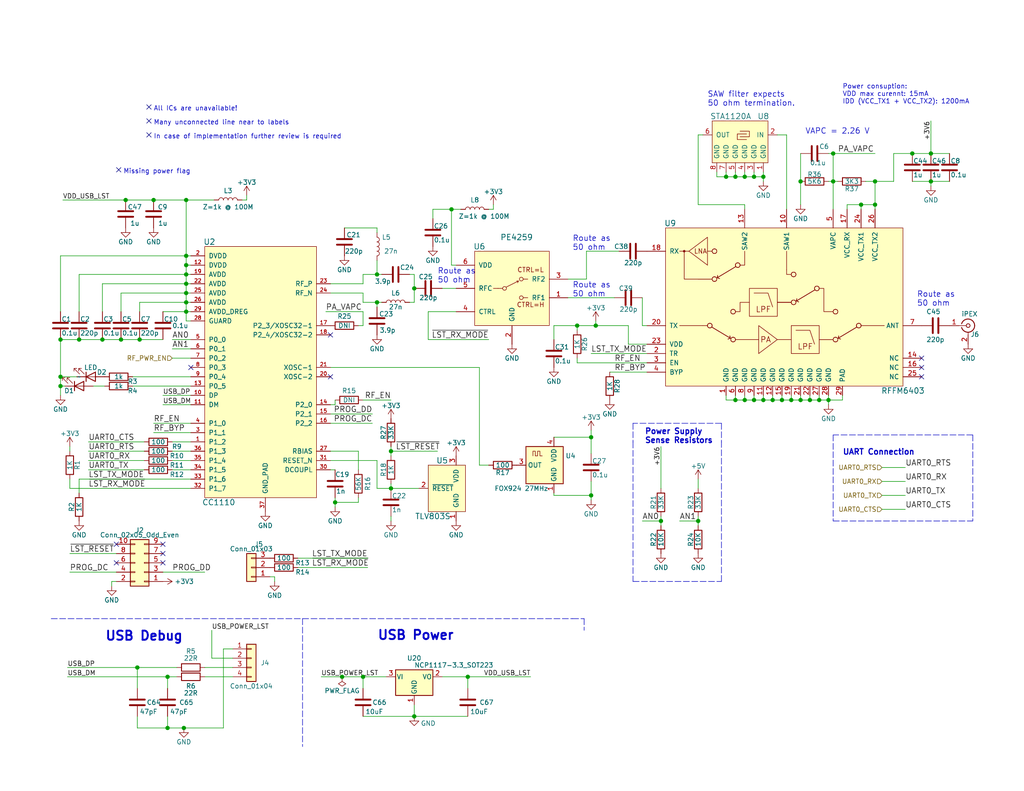
<source format=kicad_sch>
(kicad_sch (version 20210621) (generator eeschema)

  (uuid 31b0c6a8-031c-465a-a937-d97b09c540f9)

  (paper "USLetter")

  (title_block
    (title "OpenLST Reference Design")
    (date "2018-08-02")
    (rev "2.1")
    (comment 1 "Drawn by Ryan Kingsbury")
    (comment 2 "License")
    (comment 3 "This work is licensed under a Creative Commons Attribution-ShareAlike 4.0 International")
    (comment 4 "Copyright 2018 Planet Labs Inc")
  )

  


  (junction (at 16.51 92.71) (diameter 1.016) (color 0 0 0 0))
  (junction (at 16.51 102.87) (diameter 1.016) (color 0 0 0 0))
  (junction (at 16.51 105.41) (diameter 1.016) (color 0 0 0 0))
  (junction (at 21.59 92.71) (diameter 1.016) (color 0 0 0 0))
  (junction (at 27.94 92.71) (diameter 1.016) (color 0 0 0 0))
  (junction (at 33.02 92.71) (diameter 1.016) (color 0 0 0 0))
  (junction (at 34.29 54.61) (diameter 1.016) (color 0 0 0 0))
  (junction (at 37.465 182.245) (diameter 1.016) (color 0 0 0 0))
  (junction (at 38.1 92.71) (diameter 1.016) (color 0 0 0 0))
  (junction (at 41.91 54.61) (diameter 1.016) (color 0 0 0 0))
  (junction (at 45.72 184.785) (diameter 1.016) (color 0 0 0 0))
  (junction (at 45.72 198.755) (diameter 1.016) (color 0 0 0 0))
  (junction (at 50.165 198.755) (diameter 1.016) (color 0 0 0 0))
  (junction (at 50.8 54.61) (diameter 1.016) (color 0 0 0 0))
  (junction (at 50.8 69.85) (diameter 1.016) (color 0 0 0 0))
  (junction (at 50.8 72.39) (diameter 1.016) (color 0 0 0 0))
  (junction (at 50.8 74.93) (diameter 1.016) (color 0 0 0 0))
  (junction (at 50.8 77.47) (diameter 1.016) (color 0 0 0 0))
  (junction (at 50.8 80.01) (diameter 1.016) (color 0 0 0 0))
  (junction (at 50.8 82.55) (diameter 1.016) (color 0 0 0 0))
  (junction (at 50.8 85.09) (diameter 1.016) (color 0 0 0 0))
  (junction (at 91.44 137.16) (diameter 1.016) (color 0 0 0 0))
  (junction (at 93.345 184.785) (diameter 1.016) (color 0 0 0 0))
  (junction (at 99.06 184.785) (diameter 1.016) (color 0 0 0 0))
  (junction (at 102.87 74.93) (diameter 1.016) (color 0 0 0 0))
  (junction (at 102.87 82.55) (diameter 1.016) (color 0 0 0 0))
  (junction (at 106.68 123.19) (diameter 1.016) (color 0 0 0 0))
  (junction (at 106.68 133.35) (diameter 1.016) (color 0 0 0 0))
  (junction (at 113.03 78.74) (diameter 1.016) (color 0 0 0 0))
  (junction (at 113.03 195.58) (diameter 1.016) (color 0 0 0 0))
  (junction (at 123.19 57.15) (diameter 1.016) (color 0 0 0 0))
  (junction (at 127.635 184.785) (diameter 1.016) (color 0 0 0 0))
  (junction (at 157.48 88.9) (diameter 1.016) (color 0 0 0 0))
  (junction (at 161.29 119.38) (diameter 1.016) (color 0 0 0 0))
  (junction (at 161.29 135.255) (diameter 1.016) (color 0 0 0 0))
  (junction (at 162.56 88.9) (diameter 1.016) (color 0 0 0 0))
  (junction (at 180.34 142.24) (diameter 1.016) (color 0 0 0 0))
  (junction (at 190.5 142.24) (diameter 1.016) (color 0 0 0 0))
  (junction (at 198.12 48.26) (diameter 1.016) (color 0 0 0 0))
  (junction (at 200.66 48.26) (diameter 1.016) (color 0 0 0 0))
  (junction (at 200.66 109.22) (diameter 1.016) (color 0 0 0 0))
  (junction (at 203.2 48.26) (diameter 1.016) (color 0 0 0 0))
  (junction (at 203.2 109.22) (diameter 1.016) (color 0 0 0 0))
  (junction (at 205.74 48.26) (diameter 1.016) (color 0 0 0 0))
  (junction (at 205.74 109.22) (diameter 1.016) (color 0 0 0 0))
  (junction (at 208.28 48.26) (diameter 1.016) (color 0 0 0 0))
  (junction (at 208.28 109.22) (diameter 1.016) (color 0 0 0 0))
  (junction (at 210.82 109.22) (diameter 1.016) (color 0 0 0 0))
  (junction (at 213.36 109.22) (diameter 1.016) (color 0 0 0 0))
  (junction (at 215.9 109.22) (diameter 1.016) (color 0 0 0 0))
  (junction (at 218.44 49.53) (diameter 1.016) (color 0 0 0 0))
  (junction (at 218.44 109.22) (diameter 1.016) (color 0 0 0 0))
  (junction (at 220.98 109.22) (diameter 1.016) (color 0 0 0 0))
  (junction (at 223.52 109.22) (diameter 1.016) (color 0 0 0 0))
  (junction (at 226.06 109.22) (diameter 1.016) (color 0 0 0 0))
  (junction (at 227.33 41.91) (diameter 1.016) (color 0 0 0 0))
  (junction (at 227.33 49.53) (diameter 1.016) (color 0 0 0 0))
  (junction (at 234.95 55.88) (diameter 1.016) (color 0 0 0 0))
  (junction (at 238.76 49.53) (diameter 1.016) (color 0 0 0 0))
  (junction (at 238.76 55.88) (diameter 1.016) (color 0 0 0 0))
  (junction (at 248.92 41.91) (diameter 1.016) (color 0 0 0 0))
  (junction (at 254 41.91) (diameter 1.016) (color 0 0 0 0))
  (junction (at 254 49.53) (diameter 1.016) (color 0 0 0 0))

  (no_connect (at 31.75 148.59) (uuid bd1c0dc9-9dab-4a8e-960f-1be5fb624ba2))
  (no_connect (at 31.75 153.67) (uuid 2835a888-a3b6-4aa1-bcc0-c16b4cc0a324))
  (no_connect (at 32.385 46.355) (uuid 4ae87010-1994-40c2-a0d9-176e9d8e05b5))
  (no_connect (at 40.64 29.21) (uuid 1fe0feb1-2a3d-4d7d-ae9c-0e09d8d8aae5))
  (no_connect (at 40.64 33.02) (uuid 431f45c9-33a6-4cd6-aa8e-0cfd43863de2))
  (no_connect (at 40.64 36.83) (uuid dd9d7c69-42a8-4414-b13f-eb9c4e26c22d))
  (no_connect (at 44.45 148.59) (uuid 1ed7ac17-6c61-4e9a-a0a5-ce3e8a7df851))
  (no_connect (at 44.45 151.13) (uuid edbe6432-cdc2-4880-a5a5-187633fe248e))
  (no_connect (at 44.45 153.67) (uuid ebb02fa3-ca97-44d1-9429-1497c5b0f1f5))
  (no_connect (at 52.07 100.33) (uuid df72d2fc-ccdb-4b79-8a89-20cce0c913c5))
  (no_connect (at 90.17 91.44) (uuid 07da0a64-f33b-469a-973d-c9b25dd8db9e))
  (no_connect (at 90.17 102.87) (uuid 39387e56-b387-4959-94ce-73d8a78be2b3))
  (no_connect (at 251.46 97.79) (uuid f69c727c-cf15-44ef-bbb7-55c493ba44b2))
  (no_connect (at 251.46 100.33) (uuid ee771831-bd6c-4140-95ae-f4245c540cb3))
  (no_connect (at 251.46 102.87) (uuid db1a56a6-b7b9-4146-8cd1-d658900b5370))

  (wire (pts (xy 16.51 69.85) (xy 50.8 69.85))
    (stroke (width 0) (type solid) (color 0 0 0 0))
    (uuid cb64e1e3-a20b-4d0d-9852-74e7a2db52d2)
  )
  (wire (pts (xy 16.51 85.09) (xy 16.51 69.85))
    (stroke (width 0) (type solid) (color 0 0 0 0))
    (uuid bfb94146-2417-495c-afbe-daff6e2e6224)
  )
  (wire (pts (xy 16.51 92.71) (xy 16.51 102.87))
    (stroke (width 0) (type solid) (color 0 0 0 0))
    (uuid d0f15985-7d7b-4048-994a-65bcb688b4a1)
  )
  (wire (pts (xy 16.51 92.71) (xy 21.59 92.71))
    (stroke (width 0) (type solid) (color 0 0 0 0))
    (uuid 113ffbe2-2693-4119-bdb8-11dea62ba7f3)
  )
  (wire (pts (xy 16.51 102.87) (xy 16.51 105.41))
    (stroke (width 0) (type solid) (color 0 0 0 0))
    (uuid d0f15985-7d7b-4048-994a-65bcb688b4a1)
  )
  (wire (pts (xy 16.51 102.87) (xy 20.955 102.87))
    (stroke (width 0) (type solid) (color 0 0 0 0))
    (uuid 0b6b40ce-ef74-431c-877d-a5a7c35123ec)
  )
  (wire (pts (xy 16.51 105.41) (xy 16.51 107.95))
    (stroke (width 0) (type solid) (color 0 0 0 0))
    (uuid d0f15985-7d7b-4048-994a-65bcb688b4a1)
  )
  (wire (pts (xy 16.51 105.41) (xy 17.78 105.41))
    (stroke (width 0) (type solid) (color 0 0 0 0))
    (uuid 760fd7ce-6820-406f-aaf1-acdbe1764e42)
  )
  (wire (pts (xy 18.415 182.245) (xy 37.465 182.245))
    (stroke (width 0) (type solid) (color 0 0 0 0))
    (uuid 00d2b6e6-680b-4f76-ad47-e056a7cfff5a)
  )
  (wire (pts (xy 18.415 184.785) (xy 45.72 184.785))
    (stroke (width 0) (type solid) (color 0 0 0 0))
    (uuid 91b43675-f7b8-422b-81b3-e24ee242e729)
  )
  (wire (pts (xy 19.05 121.92) (xy 19.05 123.19))
    (stroke (width 0) (type solid) (color 0 0 0 0))
    (uuid b3cb7d03-5bef-4d3f-823f-001cb79fd627)
  )
  (wire (pts (xy 19.05 130.81) (xy 19.05 133.35))
    (stroke (width 0) (type solid) (color 0 0 0 0))
    (uuid 1e1bea3b-7b95-4b92-8311-8c0cf9ab3b11)
  )
  (wire (pts (xy 19.05 133.35) (xy 52.07 133.35))
    (stroke (width 0) (type solid) (color 0 0 0 0))
    (uuid 679b6ff4-ae13-41cd-ba2f-d2c2284c2873)
  )
  (wire (pts (xy 19.05 156.21) (xy 31.75 156.21))
    (stroke (width 0) (type solid) (color 0 0 0 0))
    (uuid e04dccd5-03b9-4fdb-a892-6917746ff057)
  )
  (wire (pts (xy 21.59 74.93) (xy 50.8 74.93))
    (stroke (width 0) (type solid) (color 0 0 0 0))
    (uuid 0e846a0c-79e7-488b-ba52-6f3e26c690b2)
  )
  (wire (pts (xy 21.59 85.09) (xy 21.59 74.93))
    (stroke (width 0) (type solid) (color 0 0 0 0))
    (uuid 2b149225-5dc2-45e9-91fc-16c401e34f41)
  )
  (wire (pts (xy 21.59 92.71) (xy 27.94 92.71))
    (stroke (width 0) (type solid) (color 0 0 0 0))
    (uuid 113ffbe2-2693-4119-bdb8-11dea62ba7f3)
  )
  (wire (pts (xy 21.59 130.81) (xy 21.59 134.62))
    (stroke (width 0) (type solid) (color 0 0 0 0))
    (uuid eb934a01-5e67-4db4-90b6-e19d80ac31de)
  )
  (wire (pts (xy 21.59 130.81) (xy 52.07 130.81))
    (stroke (width 0) (type solid) (color 0 0 0 0))
    (uuid 8979dc7e-f18d-4026-ab5b-e25b6573fb73)
  )
  (wire (pts (xy 25.4 105.41) (xy 28.575 105.41))
    (stroke (width 0) (type solid) (color 0 0 0 0))
    (uuid 1146694e-218f-4201-8413-2bbbd0b538b8)
  )
  (wire (pts (xy 27.94 77.47) (xy 50.8 77.47))
    (stroke (width 0) (type solid) (color 0 0 0 0))
    (uuid 2b38cbfa-8e29-4a9f-a100-1bf551f2379b)
  )
  (wire (pts (xy 27.94 85.09) (xy 27.94 77.47))
    (stroke (width 0) (type solid) (color 0 0 0 0))
    (uuid 9ff02183-ed72-4e70-85ff-dde8c81e6605)
  )
  (wire (pts (xy 27.94 92.71) (xy 33.02 92.71))
    (stroke (width 0) (type solid) (color 0 0 0 0))
    (uuid 113ffbe2-2693-4119-bdb8-11dea62ba7f3)
  )
  (wire (pts (xy 30.48 158.75) (xy 31.75 158.75))
    (stroke (width 0) (type solid) (color 0 0 0 0))
    (uuid ddba8fa4-1024-48c8-81ad-669a90684c03)
  )
  (wire (pts (xy 30.48 160.02) (xy 30.48 158.75))
    (stroke (width 0) (type solid) (color 0 0 0 0))
    (uuid 70ca4b9c-6ba9-40e9-aa20-c9a2d66d2939)
  )
  (wire (pts (xy 31.75 151.13) (xy 19.05 151.13))
    (stroke (width 0) (type solid) (color 0 0 0 0))
    (uuid 9942928c-6d04-4425-a9e4-f3e8957c3313)
  )
  (wire (pts (xy 33.02 80.01) (xy 50.8 80.01))
    (stroke (width 0) (type solid) (color 0 0 0 0))
    (uuid a10396ae-a1e6-4d63-bd03-8767d74cde3b)
  )
  (wire (pts (xy 33.02 85.09) (xy 33.02 80.01))
    (stroke (width 0) (type solid) (color 0 0 0 0))
    (uuid 018609aa-4a55-47cc-a055-9d5ffe6dc215)
  )
  (wire (pts (xy 33.02 92.71) (xy 38.1 92.71))
    (stroke (width 0) (type solid) (color 0 0 0 0))
    (uuid 113ffbe2-2693-4119-bdb8-11dea62ba7f3)
  )
  (wire (pts (xy 34.29 54.61) (xy 17.145 54.61))
    (stroke (width 0) (type solid) (color 0 0 0 0))
    (uuid d33926db-1156-4050-92fb-d71cc22303ac)
  )
  (wire (pts (xy 34.29 54.61) (xy 41.91 54.61))
    (stroke (width 0) (type solid) (color 0 0 0 0))
    (uuid 69b52d80-69ad-48b4-b665-c0c61f72ca5c)
  )
  (wire (pts (xy 36.195 102.87) (xy 52.07 102.87))
    (stroke (width 0) (type solid) (color 0 0 0 0))
    (uuid 8ee3adec-fb01-490b-a3d5-c4eda133a51e)
  )
  (wire (pts (xy 36.195 105.41) (xy 52.07 105.41))
    (stroke (width 0) (type solid) (color 0 0 0 0))
    (uuid cc3c8d8b-72e6-4409-b53a-5c41e1952a54)
  )
  (wire (pts (xy 37.465 182.245) (xy 37.465 187.96))
    (stroke (width 0) (type solid) (color 0 0 0 0))
    (uuid 57a5b131-bd7f-4346-8981-7e9c655e68e3)
  )
  (wire (pts (xy 37.465 182.245) (xy 48.26 182.245))
    (stroke (width 0) (type solid) (color 0 0 0 0))
    (uuid c1cf3899-4191-4938-af26-f6253d766046)
  )
  (wire (pts (xy 37.465 198.755) (xy 37.465 195.58))
    (stroke (width 0) (type solid) (color 0 0 0 0))
    (uuid 2f3b68a9-ec88-4c44-b235-3205289945f0)
  )
  (wire (pts (xy 37.465 198.755) (xy 45.72 198.755))
    (stroke (width 0) (type solid) (color 0 0 0 0))
    (uuid 46be0824-9977-4c02-8a43-7940d941ff9c)
  )
  (wire (pts (xy 38.1 82.55) (xy 50.8 82.55))
    (stroke (width 0) (type solid) (color 0 0 0 0))
    (uuid d0acf503-0287-4f12-a3a1-ed6526d69b81)
  )
  (wire (pts (xy 38.1 85.09) (xy 38.1 82.55))
    (stroke (width 0) (type solid) (color 0 0 0 0))
    (uuid 8e2d5558-3ef2-4127-b8dc-234d5ce7d871)
  )
  (wire (pts (xy 38.1 92.71) (xy 44.45 92.71))
    (stroke (width 0) (type solid) (color 0 0 0 0))
    (uuid 113ffbe2-2693-4119-bdb8-11dea62ba7f3)
  )
  (wire (pts (xy 39.37 120.65) (xy 24.13 120.65))
    (stroke (width 0) (type solid) (color 0 0 0 0))
    (uuid 63e5da63-984b-4325-825d-29e69a73e506)
  )
  (wire (pts (xy 39.37 123.19) (xy 24.13 123.19))
    (stroke (width 0) (type solid) (color 0 0 0 0))
    (uuid b81aeb5d-43a7-4688-8d97-2d73822fd324)
  )
  (wire (pts (xy 39.37 125.73) (xy 24.13 125.73))
    (stroke (width 0) (type solid) (color 0 0 0 0))
    (uuid a9660e5a-ff1c-47bd-ae35-d302e675c3aa)
  )
  (wire (pts (xy 39.37 128.27) (xy 24.13 128.27))
    (stroke (width 0) (type solid) (color 0 0 0 0))
    (uuid dd5a4d2c-6ee6-4a52-a18e-240856b10640)
  )
  (wire (pts (xy 41.91 54.61) (xy 50.8 54.61))
    (stroke (width 0) (type solid) (color 0 0 0 0))
    (uuid 69b52d80-69ad-48b4-b665-c0c61f72ca5c)
  )
  (wire (pts (xy 44.45 85.09) (xy 50.8 85.09))
    (stroke (width 0) (type solid) (color 0 0 0 0))
    (uuid 001f07de-c19f-406c-b57a-a7031dae9029)
  )
  (wire (pts (xy 44.45 107.95) (xy 52.07 107.95))
    (stroke (width 0) (type solid) (color 0 0 0 0))
    (uuid 34712cd0-50ed-45a2-b52a-b463af69f139)
  )
  (wire (pts (xy 44.45 110.49) (xy 52.07 110.49))
    (stroke (width 0) (type solid) (color 0 0 0 0))
    (uuid 0c4711d2-f924-4aaf-b681-013f2e628010)
  )
  (wire (pts (xy 44.45 156.21) (xy 55.88 156.21))
    (stroke (width 0) (type solid) (color 0 0 0 0))
    (uuid efcb3cc7-472b-44ec-86ad-fcc124a008aa)
  )
  (wire (pts (xy 45.72 184.785) (xy 45.72 187.96))
    (stroke (width 0) (type solid) (color 0 0 0 0))
    (uuid 98b1d005-29e3-49ed-8213-f7a8f0c37cf5)
  )
  (wire (pts (xy 45.72 184.785) (xy 48.26 184.785))
    (stroke (width 0) (type solid) (color 0 0 0 0))
    (uuid e2d8fb96-f3a4-4648-9bc3-e5285bc540a8)
  )
  (wire (pts (xy 45.72 195.58) (xy 45.72 198.755))
    (stroke (width 0) (type solid) (color 0 0 0 0))
    (uuid f0ecd0ad-b86f-41af-9654-312a11c4fc9d)
  )
  (wire (pts (xy 45.72 198.755) (xy 50.165 198.755))
    (stroke (width 0) (type solid) (color 0 0 0 0))
    (uuid 46be0824-9977-4c02-8a43-7940d941ff9c)
  )
  (wire (pts (xy 46.99 97.79) (xy 52.07 97.79))
    (stroke (width 0) (type solid) (color 0 0 0 0))
    (uuid fe31f114-5356-4728-bbe3-a67226569d75)
  )
  (wire (pts (xy 46.99 120.65) (xy 52.07 120.65))
    (stroke (width 0) (type solid) (color 0 0 0 0))
    (uuid 65f8db90-bcee-42cd-aff6-f9c60f72bc15)
  )
  (wire (pts (xy 46.99 123.19) (xy 52.07 123.19))
    (stroke (width 0) (type solid) (color 0 0 0 0))
    (uuid d290f9c6-590c-4735-a434-3b632c88ffb8)
  )
  (wire (pts (xy 46.99 125.73) (xy 52.07 125.73))
    (stroke (width 0) (type solid) (color 0 0 0 0))
    (uuid b8e393ea-6246-40cb-af9d-35795b2dad95)
  )
  (wire (pts (xy 46.99 128.27) (xy 52.07 128.27))
    (stroke (width 0) (type solid) (color 0 0 0 0))
    (uuid d52cd717-f4c3-441c-ab95-57fd2e3990b4)
  )
  (wire (pts (xy 50.165 198.755) (xy 60.96 198.755))
    (stroke (width 0) (type solid) (color 0 0 0 0))
    (uuid 46be0824-9977-4c02-8a43-7940d941ff9c)
  )
  (wire (pts (xy 50.8 54.61) (xy 50.8 69.85))
    (stroke (width 0) (type solid) (color 0 0 0 0))
    (uuid 1cb0e9c4-c7da-4efc-bab7-fd9f130b250f)
  )
  (wire (pts (xy 50.8 54.61) (xy 58.42 54.61))
    (stroke (width 0) (type solid) (color 0 0 0 0))
    (uuid 279d666b-4bf9-4ad3-9e47-e7d284e8b248)
  )
  (wire (pts (xy 50.8 69.85) (xy 50.8 72.39))
    (stroke (width 0) (type solid) (color 0 0 0 0))
    (uuid a343497b-c29d-483a-9660-8a714e911b40)
  )
  (wire (pts (xy 50.8 69.85) (xy 52.07 69.85))
    (stroke (width 0) (type solid) (color 0 0 0 0))
    (uuid 7d0e0291-71de-4189-8f7d-2298754407f1)
  )
  (wire (pts (xy 50.8 72.39) (xy 50.8 74.93))
    (stroke (width 0) (type solid) (color 0 0 0 0))
    (uuid 1b5f8d9f-c23f-4236-9fd7-834c95ba777f)
  )
  (wire (pts (xy 50.8 72.39) (xy 52.07 72.39))
    (stroke (width 0) (type solid) (color 0 0 0 0))
    (uuid c9b7ba65-58a6-471e-b4dc-f071eee93d01)
  )
  (wire (pts (xy 50.8 74.93) (xy 50.8 77.47))
    (stroke (width 0) (type solid) (color 0 0 0 0))
    (uuid 950b441d-dca9-4246-b8e4-b044da04c1f9)
  )
  (wire (pts (xy 50.8 74.93) (xy 52.07 74.93))
    (stroke (width 0) (type solid) (color 0 0 0 0))
    (uuid 54d13763-408b-4a41-9186-7e3af4a919ac)
  )
  (wire (pts (xy 50.8 77.47) (xy 50.8 80.01))
    (stroke (width 0) (type solid) (color 0 0 0 0))
    (uuid 1a979674-d889-47de-966a-8123d483e225)
  )
  (wire (pts (xy 50.8 77.47) (xy 52.07 77.47))
    (stroke (width 0) (type solid) (color 0 0 0 0))
    (uuid aac38559-f386-4ec1-a157-c1f05f398a5c)
  )
  (wire (pts (xy 50.8 80.01) (xy 50.8 82.55))
    (stroke (width 0) (type solid) (color 0 0 0 0))
    (uuid 3b8b6c41-2a6e-4dbf-8bc2-90b6df22e0b4)
  )
  (wire (pts (xy 50.8 80.01) (xy 52.07 80.01))
    (stroke (width 0) (type solid) (color 0 0 0 0))
    (uuid b33cf266-84d0-4c7c-a18c-865e9f48e2f0)
  )
  (wire (pts (xy 50.8 82.55) (xy 50.8 85.09))
    (stroke (width 0) (type solid) (color 0 0 0 0))
    (uuid b511643a-40b1-400d-8189-5eebb4df6d85)
  )
  (wire (pts (xy 50.8 82.55) (xy 52.07 82.55))
    (stroke (width 0) (type solid) (color 0 0 0 0))
    (uuid 964ab87e-9f66-4e7e-ae1f-1a03d2bb00ab)
  )
  (wire (pts (xy 50.8 85.09) (xy 50.8 87.63))
    (stroke (width 0) (type solid) (color 0 0 0 0))
    (uuid 0e72e75f-373b-435d-b33b-09ebfd173830)
  )
  (wire (pts (xy 50.8 85.09) (xy 52.07 85.09))
    (stroke (width 0) (type solid) (color 0 0 0 0))
    (uuid b9abca4b-f17e-49da-9cf2-36b785c7066a)
  )
  (wire (pts (xy 50.8 87.63) (xy 52.07 87.63))
    (stroke (width 0) (type solid) (color 0 0 0 0))
    (uuid b8de970d-f9b3-4edd-a4c1-79bb1ba723bf)
  )
  (wire (pts (xy 52.07 92.71) (xy 46.99 92.71))
    (stroke (width 0) (type solid) (color 0 0 0 0))
    (uuid 56ce3273-3ee0-4329-bbcd-d8b69a8f3070)
  )
  (wire (pts (xy 52.07 95.25) (xy 46.99 95.25))
    (stroke (width 0) (type solid) (color 0 0 0 0))
    (uuid e6f86d11-c777-4a7b-a341-dd4ba83f8cb9)
  )
  (wire (pts (xy 52.07 115.57) (xy 41.91 115.57))
    (stroke (width 0) (type solid) (color 0 0 0 0))
    (uuid ce68e74f-46c4-471a-bb68-0a1d2d36e7b4)
  )
  (wire (pts (xy 52.07 118.11) (xy 41.91 118.11))
    (stroke (width 0) (type solid) (color 0 0 0 0))
    (uuid d67f9b0e-275f-4dfc-9094-a32d66c82ef7)
  )
  (wire (pts (xy 55.88 182.245) (xy 63.5 182.245))
    (stroke (width 0) (type solid) (color 0 0 0 0))
    (uuid 1cd2410b-ffda-40ef-9092-e3ff186ce990)
  )
  (wire (pts (xy 55.88 184.785) (xy 63.5 184.785))
    (stroke (width 0) (type solid) (color 0 0 0 0))
    (uuid d46f8236-12e9-4fb2-aab3-61858d0c2f7c)
  )
  (wire (pts (xy 57.785 172.085) (xy 57.785 179.705))
    (stroke (width 0) (type solid) (color 0 0 0 0))
    (uuid da0ac6d3-c65b-44f1-a8d6-6cad10faaad5)
  )
  (wire (pts (xy 57.785 179.705) (xy 63.5 179.705))
    (stroke (width 0) (type solid) (color 0 0 0 0))
    (uuid 414d3608-7811-4739-877f-7395e9c0f2e0)
  )
  (wire (pts (xy 60.96 177.165) (xy 60.96 198.755))
    (stroke (width 0) (type solid) (color 0 0 0 0))
    (uuid d79121fb-d29f-4951-a24e-d9633d94caad)
  )
  (wire (pts (xy 63.5 177.165) (xy 60.96 177.165))
    (stroke (width 0) (type solid) (color 0 0 0 0))
    (uuid c64b90d0-0734-468a-b709-16015aa1f615)
  )
  (wire (pts (xy 67.31 53.34) (xy 67.31 54.61))
    (stroke (width 0) (type solid) (color 0 0 0 0))
    (uuid 3c7b332a-4c7a-4be5-a625-ceb96b7861ae)
  )
  (wire (pts (xy 67.31 54.61) (xy 66.04 54.61))
    (stroke (width 0) (type solid) (color 0 0 0 0))
    (uuid 10e88112-67c2-446f-b77b-b8a3b994c6ea)
  )
  (wire (pts (xy 73.66 157.48) (xy 74.93 157.48))
    (stroke (width 0) (type solid) (color 0 0 0 0))
    (uuid d08771cf-a1f2-4353-aa29-79f7dad276b9)
  )
  (wire (pts (xy 74.93 157.48) (xy 74.93 158.75))
    (stroke (width 0) (type solid) (color 0 0 0 0))
    (uuid 48a74c96-989d-4fa5-b2a0-276dce85907d)
  )
  (wire (pts (xy 81.28 152.4) (xy 100.33 152.4))
    (stroke (width 0) (type solid) (color 0 0 0 0))
    (uuid c6654a9d-4cbb-48d0-a16d-092d139d39d0)
  )
  (wire (pts (xy 81.28 154.94) (xy 100.33 154.94))
    (stroke (width 0) (type solid) (color 0 0 0 0))
    (uuid d2c8f905-e555-41f4-8168-eea8be832fa5)
  )
  (wire (pts (xy 87.63 184.785) (xy 93.345 184.785))
    (stroke (width 0) (type solid) (color 0 0 0 0))
    (uuid 6a3f6217-6b38-4055-8146-358c82bc1f08)
  )
  (wire (pts (xy 90.17 100.33) (xy 130.81 100.33))
    (stroke (width 0) (type solid) (color 0 0 0 0))
    (uuid 0d2c17bc-b8aa-45c1-b925-6665cb347660)
  )
  (wire (pts (xy 90.17 110.49) (xy 91.44 110.49))
    (stroke (width 0) (type solid) (color 0 0 0 0))
    (uuid 8a511972-6230-4497-bf58-3bf0d5a2b0bb)
  )
  (wire (pts (xy 90.17 113.03) (xy 101.6 113.03))
    (stroke (width 0) (type solid) (color 0 0 0 0))
    (uuid 967ad674-4fdb-4590-bba2-78200aa5c49d)
  )
  (wire (pts (xy 90.17 115.57) (xy 101.6 115.57))
    (stroke (width 0) (type solid) (color 0 0 0 0))
    (uuid 94d320cd-6eac-440c-bde0-344a8a565c6e)
  )
  (wire (pts (xy 90.17 123.19) (xy 97.79 123.19))
    (stroke (width 0) (type solid) (color 0 0 0 0))
    (uuid 6433c154-fe65-4b82-8e3c-617090328608)
  )
  (wire (pts (xy 90.17 125.73) (xy 102.87 125.73))
    (stroke (width 0) (type solid) (color 0 0 0 0))
    (uuid 29ab046f-fabe-47c6-935c-bbb7ccacdac1)
  )
  (wire (pts (xy 90.17 128.27) (xy 91.44 128.27))
    (stroke (width 0) (type solid) (color 0 0 0 0))
    (uuid 96a09475-4977-46b1-9ca4-9249e3c3e17e)
  )
  (wire (pts (xy 91.44 110.49) (xy 91.44 109.22))
    (stroke (width 0) (type solid) (color 0 0 0 0))
    (uuid a176db7b-8c29-491e-ac4f-d39af84cb433)
  )
  (wire (pts (xy 91.44 135.89) (xy 91.44 137.16))
    (stroke (width 0) (type solid) (color 0 0 0 0))
    (uuid 09154a0d-12c0-48b5-9163-39dfdea66f78)
  )
  (wire (pts (xy 91.44 137.16) (xy 91.44 138.43))
    (stroke (width 0) (type solid) (color 0 0 0 0))
    (uuid 9a336e60-212c-4b0f-b392-b5a1c8b9f766)
  )
  (wire (pts (xy 93.345 184.785) (xy 99.06 184.785))
    (stroke (width 0) (type solid) (color 0 0 0 0))
    (uuid 4e0c1450-4220-49bf-a471-18367ec7cb1a)
  )
  (wire (pts (xy 97.79 88.9) (xy 99.06 88.9))
    (stroke (width 0) (type solid) (color 0 0 0 0))
    (uuid 73468ba7-6cdc-4032-bbd4-28e07c379c25)
  )
  (wire (pts (xy 97.79 123.19) (xy 97.79 128.27))
    (stroke (width 0) (type solid) (color 0 0 0 0))
    (uuid 166b26ff-bfb3-406d-ad92-203f5b99e068)
  )
  (wire (pts (xy 97.79 135.89) (xy 97.79 137.16))
    (stroke (width 0) (type solid) (color 0 0 0 0))
    (uuid fdd62f51-1ad1-465c-9fad-0c274ea49d84)
  )
  (wire (pts (xy 97.79 137.16) (xy 91.44 137.16))
    (stroke (width 0) (type solid) (color 0 0 0 0))
    (uuid 581955b6-e8e4-4d61-a578-7709ab29ac75)
  )
  (wire (pts (xy 99.06 74.93) (xy 102.87 74.93))
    (stroke (width 0) (type solid) (color 0 0 0 0))
    (uuid 32085c14-c8ff-4c74-bb8f-f38df5e2722c)
  )
  (wire (pts (xy 99.06 77.47) (xy 90.17 77.47))
    (stroke (width 0) (type solid) (color 0 0 0 0))
    (uuid 6365cebb-414f-484d-9061-826154abad6e)
  )
  (wire (pts (xy 99.06 77.47) (xy 99.06 74.93))
    (stroke (width 0) (type solid) (color 0 0 0 0))
    (uuid e4bf8525-4603-4e18-aec0-5f19b64d8360)
  )
  (wire (pts (xy 99.06 80.01) (xy 90.17 80.01))
    (stroke (width 0) (type solid) (color 0 0 0 0))
    (uuid b367b5bf-7a24-4358-9d1e-f79ddc82a910)
  )
  (wire (pts (xy 99.06 82.55) (xy 99.06 80.01))
    (stroke (width 0) (type solid) (color 0 0 0 0))
    (uuid 4f299961-cb99-4155-869d-50162b2f4adb)
  )
  (wire (pts (xy 99.06 82.55) (xy 102.87 82.55))
    (stroke (width 0) (type solid) (color 0 0 0 0))
    (uuid 836eec7c-fbf7-467e-9160-a1fb985d7965)
  )
  (wire (pts (xy 99.06 85.09) (xy 88.9 85.09))
    (stroke (width 0) (type solid) (color 0 0 0 0))
    (uuid 92a13905-a032-40c2-a66e-1f7a1591878e)
  )
  (wire (pts (xy 99.06 88.9) (xy 99.06 85.09))
    (stroke (width 0) (type solid) (color 0 0 0 0))
    (uuid 4379819c-3929-474f-9d68-fda9f54ff7ab)
  )
  (wire (pts (xy 99.06 109.22) (xy 106.68 109.22))
    (stroke (width 0) (type solid) (color 0 0 0 0))
    (uuid 09a75c36-fcdf-40c7-95be-3890ff327f77)
  )
  (wire (pts (xy 99.06 184.785) (xy 99.06 187.96))
    (stroke (width 0) (type solid) (color 0 0 0 0))
    (uuid f3ed857f-5db4-4eca-b82c-411c3bbbebb0)
  )
  (wire (pts (xy 99.06 184.785) (xy 105.41 184.785))
    (stroke (width 0) (type solid) (color 0 0 0 0))
    (uuid f766df24-00ec-4065-8f1d-b225dafcf279)
  )
  (wire (pts (xy 99.06 195.58) (xy 113.03 195.58))
    (stroke (width 0) (type solid) (color 0 0 0 0))
    (uuid 1348c5ac-2fb1-4a67-8dfd-2636db4fd5c6)
  )
  (wire (pts (xy 102.87 62.23) (xy 93.98 62.23))
    (stroke (width 0) (type solid) (color 0 0 0 0))
    (uuid df8873e8-3556-4909-b139-e0545041b2cc)
  )
  (wire (pts (xy 102.87 63.5) (xy 102.87 62.23))
    (stroke (width 0) (type solid) (color 0 0 0 0))
    (uuid d6338f31-daac-4ead-9090-402dc77df3a0)
  )
  (wire (pts (xy 102.87 74.93) (xy 102.87 71.12))
    (stroke (width 0) (type solid) (color 0 0 0 0))
    (uuid 98631438-24a5-4be5-97df-07b393f677ac)
  )
  (wire (pts (xy 102.87 74.93) (xy 104.14 74.93))
    (stroke (width 0) (type solid) (color 0 0 0 0))
    (uuid fe50a9dc-b1f8-4376-ab0b-e0b888b2cc95)
  )
  (wire (pts (xy 102.87 82.55) (xy 102.87 83.82))
    (stroke (width 0) (type solid) (color 0 0 0 0))
    (uuid c6ee1b1a-978a-4ce9-8ce2-7b98dcba6384)
  )
  (wire (pts (xy 102.87 82.55) (xy 104.14 82.55))
    (stroke (width 0) (type solid) (color 0 0 0 0))
    (uuid 836eec7c-fbf7-467e-9160-a1fb985d7965)
  )
  (wire (pts (xy 102.87 125.73) (xy 102.87 133.35))
    (stroke (width 0) (type solid) (color 0 0 0 0))
    (uuid 3ee5e65d-a9c9-4286-9944-68ba1a61bfab)
  )
  (wire (pts (xy 102.87 133.35) (xy 106.68 133.35))
    (stroke (width 0) (type solid) (color 0 0 0 0))
    (uuid 89ab63f3-a5eb-418a-8dbc-aa545fe2fda3)
  )
  (wire (pts (xy 106.68 121.92) (xy 106.68 123.19))
    (stroke (width 0) (type solid) (color 0 0 0 0))
    (uuid 54344b2a-2650-4b56-91ff-bdecd1faf38e)
  )
  (wire (pts (xy 106.68 123.19) (xy 106.68 124.46))
    (stroke (width 0) (type solid) (color 0 0 0 0))
    (uuid a7534b1c-6bd7-4b3c-b826-0f8aecc26bfe)
  )
  (wire (pts (xy 106.68 123.19) (xy 119.38 123.19))
    (stroke (width 0) (type solid) (color 0 0 0 0))
    (uuid 11ba78fb-ebb8-4e98-bba1-f0585b1932a3)
  )
  (wire (pts (xy 106.68 132.08) (xy 106.68 133.35))
    (stroke (width 0) (type solid) (color 0 0 0 0))
    (uuid bf84d9fe-6459-41be-a870-c95042cc3f78)
  )
  (wire (pts (xy 106.68 133.35) (xy 114.3 133.35))
    (stroke (width 0) (type solid) (color 0 0 0 0))
    (uuid 97dee1c5-1752-40ec-895c-59c7251891d6)
  )
  (wire (pts (xy 106.68 140.97) (xy 106.68 142.24))
    (stroke (width 0) (type solid) (color 0 0 0 0))
    (uuid ab821e9d-e355-46b3-805a-1f64f3b1b203)
  )
  (wire (pts (xy 111.76 74.93) (xy 113.03 74.93))
    (stroke (width 0) (type solid) (color 0 0 0 0))
    (uuid d633ca27-8f34-4409-81ec-34d89481dca1)
  )
  (wire (pts (xy 113.03 74.93) (xy 113.03 78.74))
    (stroke (width 0) (type solid) (color 0 0 0 0))
    (uuid 76643cc2-fb16-4b06-b4bf-d87e9ec768d8)
  )
  (wire (pts (xy 113.03 78.74) (xy 113.03 82.55))
    (stroke (width 0) (type solid) (color 0 0 0 0))
    (uuid 76643cc2-fb16-4b06-b4bf-d87e9ec768d8)
  )
  (wire (pts (xy 113.03 82.55) (xy 111.76 82.55))
    (stroke (width 0) (type solid) (color 0 0 0 0))
    (uuid 99889696-89ef-4390-8c65-b5d8d436ce33)
  )
  (wire (pts (xy 113.03 192.405) (xy 113.03 195.58))
    (stroke (width 0) (type solid) (color 0 0 0 0))
    (uuid ba8cc42c-f528-4161-907e-cbec8d2ee7c5)
  )
  (wire (pts (xy 113.03 195.58) (xy 127.635 195.58))
    (stroke (width 0) (type solid) (color 0 0 0 0))
    (uuid 88a13519-2d9a-4739-98a2-a6808614972c)
  )
  (wire (pts (xy 116.84 85.09) (xy 116.84 92.71))
    (stroke (width 0) (type solid) (color 0 0 0 0))
    (uuid dd0cc9d9-5091-4105-93b7-7ba2b256a195)
  )
  (wire (pts (xy 116.84 92.71) (xy 133.35 92.71))
    (stroke (width 0) (type solid) (color 0 0 0 0))
    (uuid 35c1ac7b-c789-4037-960a-7da6b39d1275)
  )
  (wire (pts (xy 118.11 57.15) (xy 118.11 59.69))
    (stroke (width 0) (type solid) (color 0 0 0 0))
    (uuid 7dd4ec1f-fcda-49f2-9e1d-8f133a85d0db)
  )
  (wire (pts (xy 118.11 57.15) (xy 123.19 57.15))
    (stroke (width 0) (type solid) (color 0 0 0 0))
    (uuid fc461800-3596-4718-80aa-8bd7451a9c71)
  )
  (wire (pts (xy 120.65 78.74) (xy 124.46 78.74))
    (stroke (width 0) (type solid) (color 0 0 0 0))
    (uuid 96adb8b7-79cd-4fe6-95a1-a5944cb60b05)
  )
  (wire (pts (xy 120.65 184.785) (xy 127.635 184.785))
    (stroke (width 0) (type solid) (color 0 0 0 0))
    (uuid 5e547642-a505-4bbe-86b4-91097382ca0a)
  )
  (wire (pts (xy 123.19 57.15) (xy 123.19 72.39))
    (stroke (width 0) (type solid) (color 0 0 0 0))
    (uuid 7a45da04-9607-4770-b85f-b923c3ad2189)
  )
  (wire (pts (xy 123.19 57.15) (xy 125.73 57.15))
    (stroke (width 0) (type solid) (color 0 0 0 0))
    (uuid 6a80006e-9704-4dc7-8552-a3db52873233)
  )
  (wire (pts (xy 123.19 72.39) (xy 124.46 72.39))
    (stroke (width 0) (type solid) (color 0 0 0 0))
    (uuid 66bf476c-e461-4d98-9190-21f83347191c)
  )
  (wire (pts (xy 124.46 85.09) (xy 116.84 85.09))
    (stroke (width 0) (type solid) (color 0 0 0 0))
    (uuid 1f347094-93bf-4b07-9085-d23f0392ce6c)
  )
  (wire (pts (xy 127.635 184.785) (xy 127.635 187.96))
    (stroke (width 0) (type solid) (color 0 0 0 0))
    (uuid 7ebeda66-9682-4a99-b807-2f8e35cf37ee)
  )
  (wire (pts (xy 127.635 184.785) (xy 144.78 184.785))
    (stroke (width 0) (type solid) (color 0 0 0 0))
    (uuid 059e8dca-9ef5-4b78-b8b5-aeb79e8f2bfd)
  )
  (wire (pts (xy 130.81 127) (xy 130.81 100.33))
    (stroke (width 0) (type solid) (color 0 0 0 0))
    (uuid 3b73e0c8-243f-471d-8ab9-f1844142f0a7)
  )
  (wire (pts (xy 133.35 127) (xy 130.81 127))
    (stroke (width 0) (type solid) (color 0 0 0 0))
    (uuid f7a46454-7e1e-4d2c-a1c2-043b88b067b0)
  )
  (wire (pts (xy 134.62 55.88) (xy 134.62 57.15))
    (stroke (width 0) (type solid) (color 0 0 0 0))
    (uuid 351e7051-f1c9-4aa2-8c25-261cf1a35681)
  )
  (wire (pts (xy 134.62 57.15) (xy 133.35 57.15))
    (stroke (width 0) (type solid) (color 0 0 0 0))
    (uuid b149c046-7381-463d-8cc5-3e6d338c5c33)
  )
  (wire (pts (xy 151.13 88.9) (xy 151.13 92.71))
    (stroke (width 0) (type solid) (color 0 0 0 0))
    (uuid ecd6095c-906a-48ce-8e3b-deebf30394fe)
  )
  (wire (pts (xy 151.13 88.9) (xy 157.48 88.9))
    (stroke (width 0) (type solid) (color 0 0 0 0))
    (uuid 4c25f994-e097-45ed-9313-a42e3921ec7f)
  )
  (wire (pts (xy 151.13 119.38) (xy 161.29 119.38))
    (stroke (width 0) (type solid) (color 0 0 0 0))
    (uuid 1ec1b280-1569-452e-b090-747caa7aaf5a)
  )
  (wire (pts (xy 151.13 134.62) (xy 151.13 135.255))
    (stroke (width 0) (type solid) (color 0 0 0 0))
    (uuid 99892513-8b7f-4d00-bfb9-52bfb79d164b)
  )
  (wire (pts (xy 151.13 135.255) (xy 161.29 135.255))
    (stroke (width 0) (type solid) (color 0 0 0 0))
    (uuid 99892513-8b7f-4d00-bfb9-52bfb79d164b)
  )
  (wire (pts (xy 154.94 81.28) (xy 167.64 81.28))
    (stroke (width 0) (type solid) (color 0 0 0 0))
    (uuid 6979c3c4-9cfc-4090-8611-8da498b03b45)
  )
  (wire (pts (xy 157.48 88.9) (xy 162.56 88.9))
    (stroke (width 0) (type solid) (color 0 0 0 0))
    (uuid 46f58c7c-d3d5-4dd3-b2f6-b6348c8f541b)
  )
  (wire (pts (xy 157.48 90.17) (xy 157.48 88.9))
    (stroke (width 0) (type solid) (color 0 0 0 0))
    (uuid 84e60649-87ce-446b-9b41-8379c6f5f706)
  )
  (wire (pts (xy 157.48 99.06) (xy 157.48 97.79))
    (stroke (width 0) (type solid) (color 0 0 0 0))
    (uuid a975c995-433a-422c-93e5-dd40ad786ad9)
  )
  (wire (pts (xy 157.48 99.06) (xy 176.53 99.06))
    (stroke (width 0) (type solid) (color 0 0 0 0))
    (uuid 655486e1-3625-4e66-8a89-83850994e9b1)
  )
  (wire (pts (xy 160.02 68.58) (xy 160.02 76.2))
    (stroke (width 0) (type solid) (color 0 0 0 0))
    (uuid e94598bb-7ec3-489b-ab95-57bf4218786a)
  )
  (wire (pts (xy 160.02 68.58) (xy 168.91 68.58))
    (stroke (width 0) (type solid) (color 0 0 0 0))
    (uuid e65794ec-64ad-420e-aa6d-6d88203c82c8)
  )
  (wire (pts (xy 160.02 76.2) (xy 154.94 76.2))
    (stroke (width 0) (type solid) (color 0 0 0 0))
    (uuid 88e25da9-c291-4ef9-b838-38374b532784)
  )
  (wire (pts (xy 161.29 119.38) (xy 161.29 117.475))
    (stroke (width 0) (type solid) (color 0 0 0 0))
    (uuid 1ec1b280-1569-452e-b090-747caa7aaf5a)
  )
  (wire (pts (xy 161.29 119.38) (xy 161.29 123.825))
    (stroke (width 0) (type solid) (color 0 0 0 0))
    (uuid 206c2727-0113-4166-a45e-63cd4490f544)
  )
  (wire (pts (xy 161.29 131.445) (xy 161.29 135.255))
    (stroke (width 0) (type solid) (color 0 0 0 0))
    (uuid c3ec03c1-d68d-41aa-b2f5-70870d7100ea)
  )
  (wire (pts (xy 161.29 135.255) (xy 161.29 136.525))
    (stroke (width 0) (type solid) (color 0 0 0 0))
    (uuid 99892513-8b7f-4d00-bfb9-52bfb79d164b)
  )
  (wire (pts (xy 162.56 88.9) (xy 162.56 87.63))
    (stroke (width 0) (type solid) (color 0 0 0 0))
    (uuid 8f1cc797-05b5-4a78-93d8-2693db8fa96a)
  )
  (wire (pts (xy 162.56 88.9) (xy 171.45 88.9))
    (stroke (width 0) (type solid) (color 0 0 0 0))
    (uuid 635fb2b2-74b7-4a48-bb98-29135b228a90)
  )
  (wire (pts (xy 166.37 101.6) (xy 176.53 101.6))
    (stroke (width 0) (type solid) (color 0 0 0 0))
    (uuid 1d9b658c-72c4-4fa8-8714-18f25c995c9e)
  )
  (wire (pts (xy 171.45 88.9) (xy 171.45 93.98))
    (stroke (width 0) (type solid) (color 0 0 0 0))
    (uuid 167037b1-d01c-491f-a1c7-b20d8f415ca8)
  )
  (wire (pts (xy 171.45 93.98) (xy 176.53 93.98))
    (stroke (width 0) (type solid) (color 0 0 0 0))
    (uuid deb30bb5-9fff-4431-9ec9-a22b32cc8ac5)
  )
  (wire (pts (xy 175.26 81.28) (xy 175.26 88.9))
    (stroke (width 0) (type solid) (color 0 0 0 0))
    (uuid 6148ea10-01a1-4644-ba84-1ee54146d684)
  )
  (wire (pts (xy 175.26 88.9) (xy 176.53 88.9))
    (stroke (width 0) (type solid) (color 0 0 0 0))
    (uuid da8b23ec-42be-43f1-8a5e-239717cfe466)
  )
  (wire (pts (xy 176.53 96.52) (xy 161.29 96.52))
    (stroke (width 0) (type solid) (color 0 0 0 0))
    (uuid 92999079-c9b5-4e73-8e23-b257343d8a37)
  )
  (wire (pts (xy 180.34 121.92) (xy 180.34 133.35))
    (stroke (width 0) (type solid) (color 0 0 0 0))
    (uuid 1fba62c2-515c-4122-89b0-1faa97d9a25a)
  )
  (wire (pts (xy 180.34 140.97) (xy 180.34 142.24))
    (stroke (width 0) (type solid) (color 0 0 0 0))
    (uuid be05d8b3-36b3-46f4-a361-863fc8bfbb67)
  )
  (wire (pts (xy 180.34 142.24) (xy 175.26 142.24))
    (stroke (width 0) (type solid) (color 0 0 0 0))
    (uuid f1a03134-9e8e-4a2f-945a-9ef03c20a547)
  )
  (wire (pts (xy 180.34 142.24) (xy 180.34 143.51))
    (stroke (width 0) (type solid) (color 0 0 0 0))
    (uuid 91bb5605-ee93-47ce-8b47-082c7cb0d74e)
  )
  (wire (pts (xy 190.5 36.83) (xy 190.5 55.88))
    (stroke (width 0) (type solid) (color 0 0 0 0))
    (uuid 65309526-ca44-4883-a14c-aa0a4ad629a8)
  )
  (wire (pts (xy 190.5 55.88) (xy 203.2 55.88))
    (stroke (width 0) (type solid) (color 0 0 0 0))
    (uuid c08adf76-b285-415a-a901-0bee7fb554a4)
  )
  (wire (pts (xy 190.5 130.81) (xy 190.5 133.35))
    (stroke (width 0) (type solid) (color 0 0 0 0))
    (uuid f17258eb-3d0f-46cd-9942-17400bc7cede)
  )
  (wire (pts (xy 190.5 140.97) (xy 190.5 142.24))
    (stroke (width 0) (type solid) (color 0 0 0 0))
    (uuid e42a40c0-52a3-4f35-bfbd-9bfa983fcff1)
  )
  (wire (pts (xy 190.5 142.24) (xy 185.42 142.24))
    (stroke (width 0) (type solid) (color 0 0 0 0))
    (uuid 7d1c63d1-a8b5-46cf-8191-b4302f30026f)
  )
  (wire (pts (xy 190.5 142.24) (xy 190.5 143.51))
    (stroke (width 0) (type solid) (color 0 0 0 0))
    (uuid fc003b68-2e2c-4afc-aba9-5fea6156c719)
  )
  (wire (pts (xy 191.77 36.83) (xy 190.5 36.83))
    (stroke (width 0) (type solid) (color 0 0 0 0))
    (uuid 15ac16c8-52ac-44ce-a521-a190b21f0924)
  )
  (wire (pts (xy 195.58 46.99) (xy 195.58 48.26))
    (stroke (width 0) (type solid) (color 0 0 0 0))
    (uuid b29d3e36-c2e5-4784-b486-bba4b7abc50d)
  )
  (wire (pts (xy 195.58 48.26) (xy 198.12 48.26))
    (stroke (width 0) (type solid) (color 0 0 0 0))
    (uuid 3d9b2b5b-9a1d-48d3-bee2-c14975f3b3b4)
  )
  (wire (pts (xy 198.12 46.99) (xy 198.12 48.26))
    (stroke (width 0) (type solid) (color 0 0 0 0))
    (uuid f09574f5-5266-490e-95f6-10d20f5ca3bd)
  )
  (wire (pts (xy 198.12 48.26) (xy 200.66 48.26))
    (stroke (width 0) (type solid) (color 0 0 0 0))
    (uuid f3009903-8ab8-4f98-b59a-47851906c024)
  )
  (wire (pts (xy 198.12 107.95) (xy 198.12 109.22))
    (stroke (width 0) (type solid) (color 0 0 0 0))
    (uuid aaf740c2-faa2-495f-84be-619dec460268)
  )
  (wire (pts (xy 198.12 109.22) (xy 200.66 109.22))
    (stroke (width 0) (type solid) (color 0 0 0 0))
    (uuid 2c47ad53-33de-48d0-bff8-867bbe6ccf17)
  )
  (wire (pts (xy 200.66 48.26) (xy 200.66 46.99))
    (stroke (width 0) (type solid) (color 0 0 0 0))
    (uuid 319e19cc-8189-4657-9354-e7d7cb79752d)
  )
  (wire (pts (xy 200.66 48.26) (xy 203.2 48.26))
    (stroke (width 0) (type solid) (color 0 0 0 0))
    (uuid 79ed2e8a-306d-42b6-8f6f-c947a821b344)
  )
  (wire (pts (xy 200.66 107.95) (xy 200.66 109.22))
    (stroke (width 0) (type solid) (color 0 0 0 0))
    (uuid 0373717a-7c25-4cdc-8b84-630b3315e48e)
  )
  (wire (pts (xy 200.66 109.22) (xy 203.2 109.22))
    (stroke (width 0) (type solid) (color 0 0 0 0))
    (uuid 11aedbf9-ee99-46e0-b57c-61a564fc0c9d)
  )
  (wire (pts (xy 203.2 46.99) (xy 203.2 48.26))
    (stroke (width 0) (type solid) (color 0 0 0 0))
    (uuid 9ef6fa2c-4e0e-417e-bdc1-c6a0df6e4cfc)
  )
  (wire (pts (xy 203.2 48.26) (xy 205.74 48.26))
    (stroke (width 0) (type solid) (color 0 0 0 0))
    (uuid b0156381-b893-4c65-9b74-da3b21d9b566)
  )
  (wire (pts (xy 203.2 55.88) (xy 203.2 57.15))
    (stroke (width 0) (type solid) (color 0 0 0 0))
    (uuid 7b8e73f4-8719-4e99-bafa-f343abcc656f)
  )
  (wire (pts (xy 203.2 109.22) (xy 203.2 107.95))
    (stroke (width 0) (type solid) (color 0 0 0 0))
    (uuid b4630b16-3a28-4a7a-883e-31b0a0cdf4a3)
  )
  (wire (pts (xy 203.2 109.22) (xy 205.74 109.22))
    (stroke (width 0) (type solid) (color 0 0 0 0))
    (uuid dd8cbbdf-8636-45d1-bd6f-e080a141ada1)
  )
  (wire (pts (xy 205.74 46.99) (xy 205.74 48.26))
    (stroke (width 0) (type solid) (color 0 0 0 0))
    (uuid c38db051-81da-4345-8e5b-a7cf92048822)
  )
  (wire (pts (xy 205.74 48.26) (xy 208.28 48.26))
    (stroke (width 0) (type solid) (color 0 0 0 0))
    (uuid 43d12444-e377-4197-9968-783a58bc8424)
  )
  (wire (pts (xy 205.74 109.22) (xy 205.74 107.95))
    (stroke (width 0) (type solid) (color 0 0 0 0))
    (uuid a9b46b85-8dba-476f-b832-2edbf54671f0)
  )
  (wire (pts (xy 205.74 109.22) (xy 208.28 109.22))
    (stroke (width 0) (type solid) (color 0 0 0 0))
    (uuid 377ad559-3999-4409-81a7-04291c175624)
  )
  (wire (pts (xy 208.28 46.99) (xy 208.28 48.26))
    (stroke (width 0) (type solid) (color 0 0 0 0))
    (uuid 8a184c8d-2256-4956-8857-565d532421c3)
  )
  (wire (pts (xy 208.28 48.26) (xy 208.28 49.53))
    (stroke (width 0) (type solid) (color 0 0 0 0))
    (uuid df1e089f-f140-427a-b986-51f173bc0cd9)
  )
  (wire (pts (xy 208.28 109.22) (xy 208.28 107.95))
    (stroke (width 0) (type solid) (color 0 0 0 0))
    (uuid 79cd4230-8bca-4907-99b2-4ff7f990ba6b)
  )
  (wire (pts (xy 208.28 109.22) (xy 210.82 109.22))
    (stroke (width 0) (type solid) (color 0 0 0 0))
    (uuid e349e8df-da80-48e9-b306-9f402739cc7f)
  )
  (wire (pts (xy 210.82 109.22) (xy 210.82 107.95))
    (stroke (width 0) (type solid) (color 0 0 0 0))
    (uuid 0f609822-a8cd-43ce-84e2-f7d94f29511a)
  )
  (wire (pts (xy 210.82 109.22) (xy 213.36 109.22))
    (stroke (width 0) (type solid) (color 0 0 0 0))
    (uuid 8a395b98-221b-4cd6-a75c-522465851d3a)
  )
  (wire (pts (xy 212.09 36.83) (xy 214.63 36.83))
    (stroke (width 0) (type solid) (color 0 0 0 0))
    (uuid 3e04bef0-7da8-4f01-8f5f-fca31f526381)
  )
  (wire (pts (xy 213.36 109.22) (xy 213.36 107.95))
    (stroke (width 0) (type solid) (color 0 0 0 0))
    (uuid d8be0673-540c-4605-8019-c9eda3126bd4)
  )
  (wire (pts (xy 213.36 109.22) (xy 215.9 109.22))
    (stroke (width 0) (type solid) (color 0 0 0 0))
    (uuid 1522b5bc-ebf8-41de-9572-261e3a69705d)
  )
  (wire (pts (xy 214.63 36.83) (xy 214.63 57.15))
    (stroke (width 0) (type solid) (color 0 0 0 0))
    (uuid 5e00478d-591e-4800-86e9-0db75327ffde)
  )
  (wire (pts (xy 215.9 109.22) (xy 215.9 107.95))
    (stroke (width 0) (type solid) (color 0 0 0 0))
    (uuid 6b384fbc-84c7-404b-b3ab-6d2b76900679)
  )
  (wire (pts (xy 215.9 109.22) (xy 218.44 109.22))
    (stroke (width 0) (type solid) (color 0 0 0 0))
    (uuid 9750df8a-5795-4bfb-b264-dfd9cb37036c)
  )
  (wire (pts (xy 218.44 41.91) (xy 218.44 49.53))
    (stroke (width 0) (type solid) (color 0 0 0 0))
    (uuid d9f76303-1b03-4c0c-9b64-af6119949d18)
  )
  (wire (pts (xy 218.44 49.53) (xy 218.44 55.88))
    (stroke (width 0) (type solid) (color 0 0 0 0))
    (uuid 0c0d9994-3ef0-4a04-88b7-fc1eb3001b96)
  )
  (wire (pts (xy 218.44 109.22) (xy 218.44 107.95))
    (stroke (width 0) (type solid) (color 0 0 0 0))
    (uuid 0710b66f-ed0f-4f67-aa8a-31dd493d8f35)
  )
  (wire (pts (xy 218.44 109.22) (xy 220.98 109.22))
    (stroke (width 0) (type solid) (color 0 0 0 0))
    (uuid b150f2ba-8e4c-4aab-9773-282dab7d0bdb)
  )
  (wire (pts (xy 220.98 109.22) (xy 220.98 107.95))
    (stroke (width 0) (type solid) (color 0 0 0 0))
    (uuid d4bbd0a8-671b-4865-8612-ff960cb91c3d)
  )
  (wire (pts (xy 220.98 109.22) (xy 223.52 109.22))
    (stroke (width 0) (type solid) (color 0 0 0 0))
    (uuid 192212d3-ee44-4e56-bc2e-76b0d5b77d7d)
  )
  (wire (pts (xy 223.52 109.22) (xy 223.52 107.95))
    (stroke (width 0) (type solid) (color 0 0 0 0))
    (uuid 4c3d8401-f612-4aa4-83e5-cabfa7c0f8b4)
  )
  (wire (pts (xy 223.52 109.22) (xy 226.06 109.22))
    (stroke (width 0) (type solid) (color 0 0 0 0))
    (uuid 5c23ba07-6096-4e98-b472-ec8a3c15d914)
  )
  (wire (pts (xy 226.06 41.91) (xy 227.33 41.91))
    (stroke (width 0) (type solid) (color 0 0 0 0))
    (uuid fbc0fd41-e766-4af8-a01a-91958a7e3b5a)
  )
  (wire (pts (xy 226.06 49.53) (xy 227.33 49.53))
    (stroke (width 0) (type solid) (color 0 0 0 0))
    (uuid ee8c5262-3f39-45cc-9d85-0ad196a39952)
  )
  (wire (pts (xy 226.06 107.95) (xy 226.06 109.22))
    (stroke (width 0) (type solid) (color 0 0 0 0))
    (uuid e2a8d5d5-9800-495a-9e2d-93dc3c08b336)
  )
  (wire (pts (xy 226.06 109.22) (xy 226.06 110.49))
    (stroke (width 0) (type solid) (color 0 0 0 0))
    (uuid 3c0cba5d-8a1f-4fe4-bcef-cbb4e4900909)
  )
  (wire (pts (xy 226.06 109.22) (xy 229.87 109.22))
    (stroke (width 0) (type solid) (color 0 0 0 0))
    (uuid 11b61e24-b47d-4468-a231-e50344252b5c)
  )
  (wire (pts (xy 227.33 41.91) (xy 227.33 49.53))
    (stroke (width 0) (type solid) (color 0 0 0 0))
    (uuid cd155476-5634-4503-a819-b2363846c25d)
  )
  (wire (pts (xy 227.33 41.91) (xy 238.76 41.91))
    (stroke (width 0) (type solid) (color 0 0 0 0))
    (uuid b9b9b3ba-dfea-4d21-9c31-3a251539ceab)
  )
  (wire (pts (xy 227.33 49.53) (xy 227.33 57.15))
    (stroke (width 0) (type solid) (color 0 0 0 0))
    (uuid ec29b0e6-b46d-4b6f-b059-1466585b7d77)
  )
  (wire (pts (xy 227.33 49.53) (xy 228.6 49.53))
    (stroke (width 0) (type solid) (color 0 0 0 0))
    (uuid a3030fc4-abe6-450b-9278-60bdb37256d8)
  )
  (wire (pts (xy 229.87 109.22) (xy 229.87 107.95))
    (stroke (width 0) (type solid) (color 0 0 0 0))
    (uuid 38844825-51c0-4f8e-9567-c34438335e7d)
  )
  (wire (pts (xy 231.14 55.88) (xy 234.95 55.88))
    (stroke (width 0) (type solid) (color 0 0 0 0))
    (uuid 8f61a282-34e8-44b1-842f-26e644239ec8)
  )
  (wire (pts (xy 231.14 57.15) (xy 231.14 55.88))
    (stroke (width 0) (type solid) (color 0 0 0 0))
    (uuid 5fbab6f0-2fe5-438b-9916-372b40015674)
  )
  (wire (pts (xy 234.95 55.88) (xy 238.76 55.88))
    (stroke (width 0) (type solid) (color 0 0 0 0))
    (uuid 109b5d79-35e2-4194-b65b-12103b73437d)
  )
  (wire (pts (xy 234.95 57.15) (xy 234.95 55.88))
    (stroke (width 0) (type solid) (color 0 0 0 0))
    (uuid eb804c81-1308-469f-92ca-8ff6986c632d)
  )
  (wire (pts (xy 236.22 49.53) (xy 238.76 49.53))
    (stroke (width 0) (type solid) (color 0 0 0 0))
    (uuid ff82c424-0ff6-4921-a3bf-10bdfa8fa6a3)
  )
  (wire (pts (xy 238.76 49.53) (xy 238.76 55.88))
    (stroke (width 0) (type solid) (color 0 0 0 0))
    (uuid 55d8989a-e63a-4fe3-8f86-b0e3191accfc)
  )
  (wire (pts (xy 238.76 49.53) (xy 243.84 49.53))
    (stroke (width 0) (type solid) (color 0 0 0 0))
    (uuid 8d77db4e-6af2-44db-80f8-eaacb7c307b3)
  )
  (wire (pts (xy 238.76 55.88) (xy 238.76 57.15))
    (stroke (width 0) (type solid) (color 0 0 0 0))
    (uuid d38648ce-b87c-4efe-96d0-611248799e09)
  )
  (wire (pts (xy 240.665 127.635) (xy 247.015 127.635))
    (stroke (width 0) (type solid) (color 0 0 0 0))
    (uuid f1849a56-3c4f-42c0-a217-e2d2d3a2688f)
  )
  (wire (pts (xy 240.665 131.445) (xy 247.015 131.445))
    (stroke (width 0) (type solid) (color 0 0 0 0))
    (uuid f13d0f04-0f92-4a5a-ad1e-4ad66d186fd4)
  )
  (wire (pts (xy 240.665 135.255) (xy 247.015 135.255))
    (stroke (width 0) (type solid) (color 0 0 0 0))
    (uuid 6d5bbaa9-e04b-459f-bf13-fe6c008de1c8)
  )
  (wire (pts (xy 240.665 139.065) (xy 247.015 139.065))
    (stroke (width 0) (type solid) (color 0 0 0 0))
    (uuid 24e7097d-1990-444b-8d4e-bac95a486c84)
  )
  (wire (pts (xy 243.84 41.91) (xy 248.92 41.91))
    (stroke (width 0) (type solid) (color 0 0 0 0))
    (uuid 91c03e93-a810-411a-be83-b8a16dda5618)
  )
  (wire (pts (xy 243.84 49.53) (xy 243.84 41.91))
    (stroke (width 0) (type solid) (color 0 0 0 0))
    (uuid d7e7daf7-27e4-49a5-ba95-e7e02c98f37c)
  )
  (wire (pts (xy 248.92 41.91) (xy 254 41.91))
    (stroke (width 0) (type solid) (color 0 0 0 0))
    (uuid 91c03e93-a810-411a-be83-b8a16dda5618)
  )
  (wire (pts (xy 248.92 49.53) (xy 254 49.53))
    (stroke (width 0) (type solid) (color 0 0 0 0))
    (uuid a3c70de4-00e0-449b-bdee-b021bdb0c95f)
  )
  (wire (pts (xy 254 33.02) (xy 254 41.91))
    (stroke (width 0) (type solid) (color 0 0 0 0))
    (uuid 3ff13a61-1e0c-4855-9d52-4fc1ece5382c)
  )
  (wire (pts (xy 254 41.91) (xy 259.08 41.91))
    (stroke (width 0) (type solid) (color 0 0 0 0))
    (uuid cd195e82-0816-4ac7-a522-9bd375b58ec9)
  )
  (wire (pts (xy 254 49.53) (xy 254 50.8))
    (stroke (width 0) (type solid) (color 0 0 0 0))
    (uuid 0d027b60-4a36-4ddb-b001-ac52e50f2d2d)
  )
  (wire (pts (xy 254 49.53) (xy 259.08 49.53))
    (stroke (width 0) (type solid) (color 0 0 0 0))
    (uuid 7b8e97d9-90a6-4c2a-b2d1-0c0315433566)
  )
  (polyline (pts (xy 13.97 168.91) (xy 156.21 168.91))
    (stroke (width 0) (type dash) (color 0 0 0 0))
    (uuid 50389179-35d1-47b7-b3d6-0fb15410f90d)
  )
  (polyline (pts (xy 82.55 168.91) (xy 82.55 203.835))
    (stroke (width 0) (type dash) (color 0 0 0 0))
    (uuid da65acd4-a327-459a-a7f7-b7cf20e13bd4)
  )
  (polyline (pts (xy 156.21 168.91) (xy 159.385 168.91))
    (stroke (width 0) (type dash) (color 0 0 0 0))
    (uuid 60f782cc-9f4a-489b-90e0-427392a5493e)
  )
  (polyline (pts (xy 159.385 168.91) (xy 159.385 172.085))
    (stroke (width 0) (type dash) (color 0 0 0 0))
    (uuid 60f782cc-9f4a-489b-90e0-427392a5493e)
  )
  (polyline (pts (xy 172.72 115.57) (xy 172.72 120.65))
    (stroke (width 0) (type dash) (color 0 0 0 0))
    (uuid 6e5cdfa3-54f3-49b2-b1bb-d02c4c191cdf)
  )
  (polyline (pts (xy 172.72 120.65) (xy 172.72 158.75))
    (stroke (width 0) (type dash) (color 0 0 0 0))
    (uuid 8428dbb0-0d99-43d6-b277-60623ffe8362)
  )
  (polyline (pts (xy 172.72 158.75) (xy 196.85 158.75))
    (stroke (width 0) (type dash) (color 0 0 0 0))
    (uuid 141d3c1a-1762-448a-9cfa-f89bf7413dc7)
  )
  (polyline (pts (xy 196.85 115.57) (xy 172.72 115.57))
    (stroke (width 0) (type dash) (color 0 0 0 0))
    (uuid 782d0c58-d462-4e36-bc2d-8c8e66955acf)
  )
  (polyline (pts (xy 196.85 115.57) (xy 196.85 120.65))
    (stroke (width 0) (type dash) (color 0 0 0 0))
    (uuid e7dafeac-7c6e-4fea-b775-d1a09c5169a2)
  )
  (polyline (pts (xy 196.85 158.75) (xy 196.85 120.65))
    (stroke (width 0) (type dash) (color 0 0 0 0))
    (uuid 23d25f05-5e54-4add-8440-1b652a8f7209)
  )
  (polyline (pts (xy 227.33 118.745) (xy 227.33 142.24))
    (stroke (width 0) (type dash) (color 0 0 0 0))
    (uuid 0c9843d3-6f79-438b-95f0-dfbdac5cc9dc)
  )
  (polyline (pts (xy 227.33 142.24) (xy 265.43 142.24))
    (stroke (width 0) (type dash) (color 0 0 0 0))
    (uuid 93b6690a-1b8f-4c80-a7ef-977cdf6f920e)
  )
  (polyline (pts (xy 265.43 118.745) (xy 227.33 118.745))
    (stroke (width 0) (type dash) (color 0 0 0 0))
    (uuid 385a79cc-0097-4e5c-bd36-c7e34fd821ea)
  )
  (polyline (pts (xy 265.43 118.745) (xy 265.43 142.24))
    (stroke (width 0) (type dash) (color 0 0 0 0))
    (uuid 2fed46af-ab5c-4f22-ad2e-9dac43568b3a)
  )

  (text "USB Debug\n" (at 28.575 175.26 0)
    (effects (font (size 2.5 2.5) (thickness 0.5) bold) (justify left bottom))
    (uuid ffbd0ebf-b38b-4b5a-9945-43a384c02bd9)
  )
  (text "Missing power flag" (at 33.655 47.625 0)
    (effects (font (size 1.27 1.27)) (justify left bottom))
    (uuid ca09b965-e54f-4e78-9f0a-af753107e31d)
  )
  (text "All ICs are unavailable!" (at 41.91 30.48 0)
    (effects (font (size 1.27 1.27)) (justify left bottom))
    (uuid cfacdbd0-ac1c-4964-90ea-74f51fe0dcac)
  )
  (text "Many unconnected line near to labels" (at 41.91 34.29 0)
    (effects (font (size 1.27 1.27)) (justify left bottom))
    (uuid 0817da86-6f17-4efe-b768-1b1639a816f0)
  )
  (text "In case of implementation further review is required"
    (at 41.91 38.1 0)
    (effects (font (size 1.27 1.27)) (justify left bottom))
    (uuid faf1fc97-886a-4a95-9565-cd58655df37e)
  )
  (text "USB Power\n\n" (at 102.87 179.07 0)
    (effects (font (size 2.5 2.5) (thickness 0.5) bold) (justify left bottom))
    (uuid e8c843f8-b195-4ee0-a849-73779dcfba02)
  )
  (text "Route as\n50 ohm" (at 119.38 77.47 0)
    (effects (font (size 1.524 1.524)) (justify left bottom))
    (uuid 4dd3b53c-806e-4e98-9ae9-c544d8c00ed7)
  )
  (text "Route as\n50 ohm" (at 156.21 68.58 0)
    (effects (font (size 1.524 1.524)) (justify left bottom))
    (uuid 0b36ee26-a866-401c-a440-0ed5e327bb25)
  )
  (text "Route as\n50 ohm" (at 156.21 81.28 0)
    (effects (font (size 1.524 1.524)) (justify left bottom))
    (uuid 0a238fce-8d69-4522-bc63-c17ff2133127)
  )
  (text "Power Supply\nSense Resistors" (at 175.895 121.285 0)
    (effects (font (size 1.524 1.524) (thickness 0.3048) bold) (justify left bottom))
    (uuid efc41f36-bf35-41b7-be80-a064ab20f850)
  )
  (text "SAW filter expects\n50 ohm termination." (at 193.04 29.21 0)
    (effects (font (size 1.524 1.524)) (justify left bottom))
    (uuid f3e8b90b-fef2-45da-87cc-4fff70337f1d)
  )
  (text "VAPC = 2.26 V" (at 219.71 36.83 0)
    (effects (font (size 1.524 1.524)) (justify left bottom))
    (uuid 34c5926e-f214-4a7d-ad97-125a4f483c45)
  )
  (text "Power consuption:\nVDD max curennt: 15mA\nIDD (VCC_TX1 + VCC_TX2): 1200mA\n"
    (at 229.87 28.575 0)
    (effects (font (size 1.27 1.27)) (justify left bottom))
    (uuid eca62d12-6a22-4d58-99b7-9b5e17b86c8c)
  )
  (text "UART Connection" (at 229.87 124.46 0)
    (effects (font (size 1.524 1.524) (thickness 0.3048) bold) (justify left bottom))
    (uuid f9e0c7cf-ef26-4b9a-b96f-c1382c82b5cd)
  )
  (text "Route as\n50 ohm" (at 250.19 83.82 0)
    (effects (font (size 1.524 1.524)) (justify left bottom))
    (uuid 5a8159b5-45a8-4d84-9662-cd724be18d8e)
  )

  (label "VDD_USB_LST" (at 17.145 54.61 0)
    (effects (font (size 1.27 1.27)) (justify left bottom))
    (uuid f3e3c9e6-e8fa-44b0-8e3e-a79b68a8ab88)
  )
  (label "USB_DP" (at 18.415 182.245 0)
    (effects (font (size 1.27 1.27)) (justify left bottom))
    (uuid cd09acc0-9580-4318-bd35-3ed674e55cee)
  )
  (label "USB_DM" (at 18.415 184.785 0)
    (effects (font (size 1.27 1.27)) (justify left bottom))
    (uuid 9eb9738c-5d5d-4db8-b678-4b3c8fb83fc6)
  )
  (label "~{LST_RESET}" (at 19.05 151.13 0)
    (effects (font (size 1.524 1.524)) (justify left bottom))
    (uuid c810655a-b884-4e4a-979a-8761e8c41d42)
  )
  (label "PROG_DC" (at 19.05 156.21 0)
    (effects (font (size 1.524 1.524)) (justify left bottom))
    (uuid 403ec0e2-ac12-469e-8a33-c3af71816c6e)
  )
  (label "UART0_CTS" (at 24.13 120.65 0)
    (effects (font (size 1.524 1.524)) (justify left bottom))
    (uuid 68225a62-eb68-441e-8b3b-821e913f8a5f)
  )
  (label "UART0_RTS" (at 24.13 123.19 0)
    (effects (font (size 1.524 1.524)) (justify left bottom))
    (uuid b0a9c65b-c426-4c4e-ad19-262f292ee2c8)
  )
  (label "UART0_RX" (at 24.13 125.73 0)
    (effects (font (size 1.524 1.524)) (justify left bottom))
    (uuid e4879579-97d7-4abc-98e6-8faecc3a15eb)
  )
  (label "UART0_TX" (at 24.13 128.27 0)
    (effects (font (size 1.524 1.524)) (justify left bottom))
    (uuid 803c37c5-96b3-4a96-8328-5a459ffab675)
  )
  (label "LST_TX_MODE" (at 24.13 130.81 0)
    (effects (font (size 1.524 1.524)) (justify left bottom))
    (uuid 303c868f-01b3-4762-bf2c-47c93075a904)
  )
  (label "~{LST_RX_MODE}" (at 24.13 133.35 0)
    (effects (font (size 1.524 1.524)) (justify left bottom))
    (uuid 27b414a0-1fca-4f64-a37d-42bebe42df3a)
  )
  (label "RF_EN" (at 41.91 115.57 0)
    (effects (font (size 1.524 1.524)) (justify left bottom))
    (uuid 1d90addb-0c59-4818-92e8-7359f1b960f2)
  )
  (label "RF_BYP" (at 41.91 118.11 0)
    (effects (font (size 1.524 1.524)) (justify left bottom))
    (uuid f45aad61-3a75-4dbb-bb93-151f236d5751)
  )
  (label "USB_DP" (at 44.45 107.95 0)
    (effects (font (size 1.27 1.27)) (justify left bottom))
    (uuid eced1761-b474-4090-9427-2b11f43f0a7a)
  )
  (label "USB_DM" (at 44.45 110.49 0)
    (effects (font (size 1.27 1.27)) (justify left bottom))
    (uuid f7fbcb81-6bd8-4439-9b34-f480d12ab523)
  )
  (label "AN0" (at 46.99 92.71 0)
    (effects (font (size 1.524 1.524)) (justify left bottom))
    (uuid c327ff34-50e3-4475-871b-c769d2076776)
  )
  (label "AN1" (at 46.99 95.25 0)
    (effects (font (size 1.524 1.524)) (justify left bottom))
    (uuid a62d8abc-3835-4d10-a06a-c20db88783c1)
  )
  (label "PROG_DD" (at 46.99 156.21 0)
    (effects (font (size 1.524 1.524)) (justify left bottom))
    (uuid db21cdd9-7921-4928-8603-ee2ce377f423)
  )
  (label "USB_POWER_LST" (at 57.785 172.085 0)
    (effects (font (size 1.27 1.27)) (justify left bottom))
    (uuid 5ddb3c15-87d5-488c-bdf8-cfd745f4f3eb)
  )
  (label "LST_TX_MODE" (at 85.09 152.4 0)
    (effects (font (size 1.524 1.524)) (justify left bottom))
    (uuid 23c59a0e-0d81-4218-a9ec-65148236eae8)
  )
  (label "~{LST_RX_MODE}" (at 85.09 154.94 0)
    (effects (font (size 1.524 1.524)) (justify left bottom))
    (uuid e93138b2-6047-4bb6-8de7-c22e798cc998)
  )
  (label "USB_POWER_LST" (at 87.63 184.785 0)
    (effects (font (size 1.27 1.27)) (justify left bottom))
    (uuid 9ca080c6-e8aa-49d8-8f19-872a80ab2ef2)
  )
  (label "PA_VAPC" (at 88.9 85.09 0)
    (effects (font (size 1.524 1.524)) (justify left bottom))
    (uuid 9c5168c0-6287-4607-bcb7-c3c9c3a0f921)
  )
  (label "PROG_DD" (at 101.6 113.03 180)
    (effects (font (size 1.524 1.524)) (justify right bottom))
    (uuid 6feb3512-b0e2-40c2-8fba-9c82d708fcbe)
  )
  (label "PROG_DC" (at 101.6 115.57 180)
    (effects (font (size 1.524 1.524)) (justify right bottom))
    (uuid 98a6e13c-27ae-4a01-89fc-937a6637128a)
  )
  (label "RF_EN" (at 106.68 109.22 180)
    (effects (font (size 1.524 1.524)) (justify right bottom))
    (uuid 21e347bb-2514-4f4b-a600-a60f322c79da)
  )
  (label "~{LST_RESET}" (at 107.95 123.19 0)
    (effects (font (size 1.524 1.524)) (justify left bottom))
    (uuid d7cb7d5c-86b0-43f3-884c-c9fb37ec6510)
  )
  (label "~{LST_RX_MODE}" (at 133.35 92.71 180)
    (effects (font (size 1.524 1.524)) (justify right bottom))
    (uuid 4b4fc120-7cae-4c9a-9682-01d04abc05d2)
  )
  (label "VDD_USB_LST" (at 144.78 184.785 180)
    (effects (font (size 1.27 1.27)) (justify right bottom))
    (uuid aa68cc34-dcbd-41fa-ac11-c25e0c77fb68)
  )
  (label "LST_TX_MODE" (at 161.29 96.52 0)
    (effects (font (size 1.524 1.524)) (justify left bottom))
    (uuid 4aaed958-0f05-4ca3-bd8c-5f4c64d0cb36)
  )
  (label "RF_EN" (at 167.64 99.06 0)
    (effects (font (size 1.524 1.524)) (justify left bottom))
    (uuid 289e5bf7-be4a-4bc7-b50d-59e3b32cb226)
  )
  (label "RF_BYP" (at 167.64 101.6 0)
    (effects (font (size 1.524 1.524)) (justify left bottom))
    (uuid a31d21a4-9276-4545-902e-0f9fb0e0c314)
  )
  (label "AN0" (at 175.26 142.24 0)
    (effects (font (size 1.524 1.524)) (justify left bottom))
    (uuid e373156d-4542-4da5-8e44-2285664b24b4)
  )
  (label "+3V6" (at 180.34 121.92 270)
    (effects (font (size 1.27 1.27)) (justify right bottom))
    (uuid c8edb7db-55ec-4f1a-91ad-24befe373e38)
  )
  (label "AN1" (at 185.42 142.24 0)
    (effects (font (size 1.524 1.524)) (justify left bottom))
    (uuid 324b40c4-c945-46fd-91dc-c816dc855b4f)
  )
  (label "PA_VAPC" (at 228.6 41.91 0)
    (effects (font (size 1.524 1.524)) (justify left bottom))
    (uuid b56fd56f-0679-40a2-9e7e-74cc0266311c)
  )
  (label "UART0_RTS" (at 247.015 127.635 0)
    (effects (font (size 1.524 1.524)) (justify left bottom))
    (uuid b0a20191-a9e3-437d-b626-2ef1fbaf8cbb)
  )
  (label "UART0_RX" (at 247.015 131.445 0)
    (effects (font (size 1.524 1.524)) (justify left bottom))
    (uuid e150f5cd-d1f9-4a22-8fe5-49487699b742)
  )
  (label "UART0_TX" (at 247.015 135.255 0)
    (effects (font (size 1.524 1.524)) (justify left bottom))
    (uuid 54121a38-6253-4887-a680-7319838567dd)
  )
  (label "UART0_CTS" (at 247.015 139.065 0)
    (effects (font (size 1.524 1.524)) (justify left bottom))
    (uuid 176d06db-ede4-4430-a3f7-cd9acd7da1d2)
  )
  (label "+3V6" (at 254 33.02 270)
    (effects (font (size 1.27 1.27)) (justify right bottom))
    (uuid faec9113-c7d1-4f1f-8ad6-e815c7e34e53)
  )

  (hierarchical_label "RF_PWR_EN" (shape input) (at 46.99 97.79 180)
    (effects (font (size 1.27 1.27)) (justify right))
    (uuid e367a1e6-44dc-4571-b4f2-6f18780c36d6)
  )
  (hierarchical_label "UART0_RTS" (shape input) (at 240.665 127.635 180)
    (effects (font (size 1.27 1.27)) (justify right))
    (uuid fb6f5fc6-674d-454a-8be1-266741851c6c)
  )
  (hierarchical_label "UART0_RX" (shape input) (at 240.665 131.445 180)
    (effects (font (size 1.27 1.27)) (justify right))
    (uuid 7b586db0-f751-4e80-a0fe-dd2c53c25438)
  )
  (hierarchical_label "UART0_TX" (shape input) (at 240.665 135.255 180)
    (effects (font (size 1.27 1.27)) (justify right))
    (uuid c7692c34-9619-4845-b5ef-89e0fa1361a5)
  )
  (hierarchical_label "UART0_CTS" (shape input) (at 240.665 139.065 180)
    (effects (font (size 1.27 1.27)) (justify right))
    (uuid 2621b837-4a5d-4ccd-bb57-4c05d8a277d0)
  )

  (symbol (lib_id "power:+3V3") (at 19.05 121.92 0) (unit 1)
    (in_bom yes) (on_board yes) (fields_autoplaced)
    (uuid 1a33722c-d1d9-4cbb-8f73-e1e9f0b84785)
    (property "Reference" "#PWR0146" (id 0) (at 19.05 125.73 0)
      (effects (font (size 1.27 1.27)) hide)
    )
    (property "Value" "+3V3" (id 1) (at 19.05 118.364 0))
    (property "Footprint" "" (id 2) (at 19.05 121.92 0)
      (effects (font (size 1.27 1.27)) hide)
    )
    (property "Datasheet" "" (id 3) (at 19.05 121.92 0)
      (effects (font (size 1.27 1.27)) hide)
    )
    (pin "1" (uuid b77e8e77-35a5-4cf5-9f39-d52923420c58))
  )

  (symbol (lib_id "power:+3V3") (at 44.45 158.75 270) (unit 1)
    (in_bom yes) (on_board yes)
    (uuid b7987cf5-9e3b-462d-934a-2a0f6a55fac6)
    (property "Reference" "#PWR0107" (id 0) (at 40.64 158.75 0)
      (effects (font (size 1.27 1.27)) hide)
    )
    (property "Value" "+3V3" (id 1) (at 47.625 158.7499 90)
      (effects (font (size 1.27 1.27)) (justify left))
    )
    (property "Footprint" "" (id 2) (at 44.45 158.75 0)
      (effects (font (size 1.27 1.27)) hide)
    )
    (property "Datasheet" "" (id 3) (at 44.45 158.75 0)
      (effects (font (size 1.27 1.27)) hide)
    )
    (pin "1" (uuid 99ec7953-2c03-40eb-9dba-05f684c0d154))
  )

  (symbol (lib_id "power:+3V3") (at 67.31 53.34 0) (unit 1)
    (in_bom yes) (on_board yes) (fields_autoplaced)
    (uuid a2281d32-c23d-4aea-9d51-bfde5cc19d2f)
    (property "Reference" "#PWR0106" (id 0) (at 67.31 57.15 0)
      (effects (font (size 1.27 1.27)) hide)
    )
    (property "Value" "+3V3" (id 1) (at 67.31 49.784 0))
    (property "Footprint" "" (id 2) (at 67.31 53.34 0)
      (effects (font (size 1.27 1.27)) hide)
    )
    (property "Datasheet" "" (id 3) (at 67.31 53.34 0)
      (effects (font (size 1.27 1.27)) hide)
    )
    (pin "1" (uuid cecc797d-a4eb-4f10-9957-e5e621d148ef))
  )

  (symbol (lib_id "power:+3V3") (at 106.68 114.3 0) (unit 1)
    (in_bom yes) (on_board yes) (fields_autoplaced)
    (uuid 55c0ea32-f66c-49b9-934c-56a9f57dcd49)
    (property "Reference" "#PWR0111" (id 0) (at 106.68 118.11 0)
      (effects (font (size 1.27 1.27)) hide)
    )
    (property "Value" "+3V3" (id 1) (at 106.68 110.744 0))
    (property "Footprint" "" (id 2) (at 106.68 114.3 0)
      (effects (font (size 1.27 1.27)) hide)
    )
    (property "Datasheet" "" (id 3) (at 106.68 114.3 0)
      (effects (font (size 1.27 1.27)) hide)
    )
    (pin "1" (uuid 569c7279-5019-4c0b-97d2-7e3669919aa6))
  )

  (symbol (lib_id "power:+3V3") (at 124.46 124.46 0) (unit 1)
    (in_bom yes) (on_board yes) (fields_autoplaced)
    (uuid 4bd51752-f9ac-48db-92c8-2783d7cba1c4)
    (property "Reference" "#PWR0112" (id 0) (at 124.46 128.27 0)
      (effects (font (size 1.27 1.27)) hide)
    )
    (property "Value" "+3V3" (id 1) (at 124.46 120.904 0))
    (property "Footprint" "" (id 2) (at 124.46 124.46 0)
      (effects (font (size 1.27 1.27)) hide)
    )
    (property "Datasheet" "" (id 3) (at 124.46 124.46 0)
      (effects (font (size 1.27 1.27)) hide)
    )
    (pin "1" (uuid 15514d72-9523-402d-801a-ee5a33495662))
  )

  (symbol (lib_id "power:+3V3") (at 134.62 55.88 0) (unit 1)
    (in_bom yes) (on_board yes) (fields_autoplaced)
    (uuid 69d47189-c3dc-4efa-9634-e0d2de0a46ed)
    (property "Reference" "#PWR0114" (id 0) (at 134.62 59.69 0)
      (effects (font (size 1.27 1.27)) hide)
    )
    (property "Value" "+3V3" (id 1) (at 134.62 52.324 0))
    (property "Footprint" "" (id 2) (at 134.62 55.88 0)
      (effects (font (size 1.27 1.27)) hide)
    )
    (property "Datasheet" "" (id 3) (at 134.62 55.88 0)
      (effects (font (size 1.27 1.27)) hide)
    )
    (pin "1" (uuid 95b44df7-c388-4765-a0f5-0d9cbe779a12))
  )

  (symbol (lib_id "power:+3V3") (at 161.29 117.475 0) (unit 1)
    (in_bom yes) (on_board yes) (fields_autoplaced)
    (uuid 15b92693-8574-4259-9d7f-2f430a99c8f2)
    (property "Reference" "#PWR0147" (id 0) (at 161.29 121.285 0)
      (effects (font (size 1.27 1.27)) hide)
    )
    (property "Value" "+3V3" (id 1) (at 161.29 113.919 0))
    (property "Footprint" "" (id 2) (at 161.29 117.475 0)
      (effects (font (size 1.27 1.27)) hide)
    )
    (property "Datasheet" "" (id 3) (at 161.29 117.475 0)
      (effects (font (size 1.27 1.27)) hide)
    )
    (pin "1" (uuid 75bd11cc-7b70-42dd-9a1e-4d74a5ec3da5))
  )

  (symbol (lib_id "power:+3V3") (at 162.56 87.63 0) (unit 1)
    (in_bom yes) (on_board yes) (fields_autoplaced)
    (uuid 185dc25e-d6ce-4acc-8577-a5b4adaf9d3b)
    (property "Reference" "#PWR0148" (id 0) (at 162.56 91.44 0)
      (effects (font (size 1.27 1.27)) hide)
    )
    (property "Value" "+3V3" (id 1) (at 162.56 84.074 0))
    (property "Footprint" "" (id 2) (at 162.56 87.63 0)
      (effects (font (size 1.27 1.27)) hide)
    )
    (property "Datasheet" "" (id 3) (at 162.56 87.63 0)
      (effects (font (size 1.27 1.27)) hide)
    )
    (pin "1" (uuid 8f090cb1-f318-48e1-a63a-7068ede71cf0))
  )

  (symbol (lib_id "power:+5V") (at 190.5 130.81 0) (unit 1)
    (in_bom yes) (on_board yes) (fields_autoplaced)
    (uuid a9ab2da7-8d3d-4c95-b8f9-f6429e4ca278)
    (property "Reference" "#PWR0142" (id 0) (at 190.5 134.62 0)
      (effects (font (size 1.27 1.27)) hide)
    )
    (property "Value" "+5V" (id 1) (at 190.5 127.254 0))
    (property "Footprint" "" (id 2) (at 190.5 130.81 0)
      (effects (font (size 1.27 1.27)) hide)
    )
    (property "Datasheet" "" (id 3) (at 190.5 130.81 0)
      (effects (font (size 1.27 1.27)) hide)
    )
    (pin "1" (uuid c768fbbb-bcd8-40b5-a2cc-c634df393ab3))
  )

  (symbol (lib_id "power:PWR_FLAG") (at 93.345 184.785 180) (unit 1)
    (in_bom yes) (on_board yes) (fields_autoplaced)
    (uuid b6ea891c-522e-44c5-925f-c1883c932dd0)
    (property "Reference" "#FLG01" (id 0) (at 93.345 186.69 0)
      (effects (font (size 1.27 1.27)) hide)
    )
    (property "Value" "PWR_FLAG" (id 1) (at 93.345 188.595 0))
    (property "Footprint" "" (id 2) (at 93.345 184.785 0)
      (effects (font (size 1.27 1.27)) hide)
    )
    (property "Datasheet" "~" (id 3) (at 93.345 184.785 0)
      (effects (font (size 1.27 1.27)) hide)
    )
    (pin "1" (uuid e9f009f9-a1e1-4744-97f9-87c4389b66fc))
  )

  (symbol (lib_id "power:GND") (at 16.51 107.95 0) (unit 1)
    (in_bom yes) (on_board yes) (fields_autoplaced)
    (uuid fa857657-d820-4c50-a8a1-5efecd64f9d6)
    (property "Reference" "#PWR0180" (id 0) (at 16.51 114.3 0)
      (effects (font (size 1.27 1.27)) hide)
    )
    (property "Value" "GND" (id 1) (at 16.51 111.76 0))
    (property "Footprint" "" (id 2) (at 16.51 107.95 0)
      (effects (font (size 1.27 1.27)) hide)
    )
    (property "Datasheet" "" (id 3) (at 16.51 107.95 0)
      (effects (font (size 1.27 1.27)) hide)
    )
    (pin "1" (uuid 4fe865f2-add3-4586-a97c-4d9f35274e88))
  )

  (symbol (lib_id "power:GND") (at 21.59 142.24 0) (unit 1)
    (in_bom yes) (on_board yes) (fields_autoplaced)
    (uuid 21dc2b58-5094-4611-be30-5f6a962bdb41)
    (property "Reference" "#PWR0169" (id 0) (at 21.59 148.59 0)
      (effects (font (size 1.27 1.27)) hide)
    )
    (property "Value" "GND" (id 1) (at 21.59 146.05 0))
    (property "Footprint" "" (id 2) (at 21.59 142.24 0)
      (effects (font (size 1.27 1.27)) hide)
    )
    (property "Datasheet" "" (id 3) (at 21.59 142.24 0)
      (effects (font (size 1.27 1.27)) hide)
    )
    (pin "1" (uuid b67b7517-1727-4d5b-89ac-9e948fd6fde8))
  )

  (symbol (lib_id "power:GND") (at 30.48 160.02 0) (unit 1)
    (in_bom yes) (on_board yes) (fields_autoplaced)
    (uuid 9bd1d81f-07b6-4fbe-a3cb-0cdcc8e17c5a)
    (property "Reference" "#PWR0172" (id 0) (at 30.48 166.37 0)
      (effects (font (size 1.27 1.27)) hide)
    )
    (property "Value" "GND" (id 1) (at 30.48 163.83 0))
    (property "Footprint" "" (id 2) (at 30.48 160.02 0)
      (effects (font (size 1.27 1.27)) hide)
    )
    (property "Datasheet" "" (id 3) (at 30.48 160.02 0)
      (effects (font (size 1.27 1.27)) hide)
    )
    (pin "1" (uuid ffc84a9c-ea1f-4ba7-be2f-0b3fcaf9c05c))
  )

  (symbol (lib_id "power:GND") (at 34.29 62.23 0) (unit 1)
    (in_bom yes) (on_board yes) (fields_autoplaced)
    (uuid fbd236a1-75f5-4492-b049-7ce64e29dacc)
    (property "Reference" "#PWR0168" (id 0) (at 34.29 68.58 0)
      (effects (font (size 1.27 1.27)) hide)
    )
    (property "Value" "GND" (id 1) (at 34.29 66.04 0))
    (property "Footprint" "" (id 2) (at 34.29 62.23 0)
      (effects (font (size 1.27 1.27)) hide)
    )
    (property "Datasheet" "" (id 3) (at 34.29 62.23 0)
      (effects (font (size 1.27 1.27)) hide)
    )
    (pin "1" (uuid a97d5739-0325-4c0d-bd98-9bf5791a7a3e))
  )

  (symbol (lib_id "power:GND") (at 41.91 62.23 0) (unit 1)
    (in_bom yes) (on_board yes) (fields_autoplaced)
    (uuid 4b567cb9-a26b-4136-b73b-938ffea0ef17)
    (property "Reference" "#PWR0167" (id 0) (at 41.91 68.58 0)
      (effects (font (size 1.27 1.27)) hide)
    )
    (property "Value" "GND" (id 1) (at 41.91 66.04 0))
    (property "Footprint" "" (id 2) (at 41.91 62.23 0)
      (effects (font (size 1.27 1.27)) hide)
    )
    (property "Datasheet" "" (id 3) (at 41.91 62.23 0)
      (effects (font (size 1.27 1.27)) hide)
    )
    (pin "1" (uuid dcaa6120-ff7e-4433-a99b-b1011247175a))
  )

  (symbol (lib_id "power:GND") (at 50.165 198.755 0) (unit 1)
    (in_bom yes) (on_board yes) (fields_autoplaced)
    (uuid 275e430a-46c8-45f7-8679-b5cbe63ef76a)
    (property "Reference" "#PWR01" (id 0) (at 50.165 205.105 0)
      (effects (font (size 1.27 1.27)) hide)
    )
    (property "Value" "GND" (id 1) (at 50.165 202.565 0))
    (property "Footprint" "" (id 2) (at 50.165 198.755 0)
      (effects (font (size 1.27 1.27)) hide)
    )
    (property "Datasheet" "" (id 3) (at 50.165 198.755 0)
      (effects (font (size 1.27 1.27)) hide)
    )
    (pin "1" (uuid a862a354-4033-49cc-ad39-4e189a7a6180))
  )

  (symbol (lib_id "power:GND") (at 72.39 139.7 0) (unit 1)
    (in_bom yes) (on_board yes) (fields_autoplaced)
    (uuid 445eb26e-6284-4728-b315-6d4a05b2e932)
    (property "Reference" "#PWR0188" (id 0) (at 72.39 146.05 0)
      (effects (font (size 1.27 1.27)) hide)
    )
    (property "Value" "GND" (id 1) (at 72.39 143.51 0))
    (property "Footprint" "" (id 2) (at 72.39 139.7 0)
      (effects (font (size 1.27 1.27)) hide)
    )
    (property "Datasheet" "" (id 3) (at 72.39 139.7 0)
      (effects (font (size 1.27 1.27)) hide)
    )
    (pin "1" (uuid 749a8983-264c-4071-a807-88f9235ad5f0))
  )

  (symbol (lib_id "power:GND") (at 74.93 158.75 0) (unit 1)
    (in_bom yes) (on_board yes) (fields_autoplaced)
    (uuid 2ad3b5e6-2ae8-418b-89e7-511427153c53)
    (property "Reference" "#PWR0171" (id 0) (at 74.93 165.1 0)
      (effects (font (size 1.27 1.27)) hide)
    )
    (property "Value" "GND" (id 1) (at 74.93 162.56 0))
    (property "Footprint" "" (id 2) (at 74.93 158.75 0)
      (effects (font (size 1.27 1.27)) hide)
    )
    (property "Datasheet" "" (id 3) (at 74.93 158.75 0)
      (effects (font (size 1.27 1.27)) hide)
    )
    (pin "1" (uuid 66289eee-98fa-4f52-b4ac-feee70fedf71))
  )

  (symbol (lib_id "power:GND") (at 91.44 138.43 0) (unit 1)
    (in_bom yes) (on_board yes) (fields_autoplaced)
    (uuid 66926f1f-fb6a-4159-a469-12c5db9dbdde)
    (property "Reference" "#PWR0190" (id 0) (at 91.44 144.78 0)
      (effects (font (size 1.27 1.27)) hide)
    )
    (property "Value" "GND" (id 1) (at 91.44 142.24 0))
    (property "Footprint" "" (id 2) (at 91.44 138.43 0)
      (effects (font (size 1.27 1.27)) hide)
    )
    (property "Datasheet" "" (id 3) (at 91.44 138.43 0)
      (effects (font (size 1.27 1.27)) hide)
    )
    (pin "1" (uuid 57dee4eb-614d-449c-964c-c39f23706f1f))
  )

  (symbol (lib_id "power:GND") (at 93.98 69.85 0) (unit 1)
    (in_bom yes) (on_board yes) (fields_autoplaced)
    (uuid 2288a046-f79a-44c5-9e8f-0016a0fce0f7)
    (property "Reference" "#PWR0182" (id 0) (at 93.98 76.2 0)
      (effects (font (size 1.27 1.27)) hide)
    )
    (property "Value" "GND" (id 1) (at 93.98 73.66 0))
    (property "Footprint" "" (id 2) (at 93.98 69.85 0)
      (effects (font (size 1.27 1.27)) hide)
    )
    (property "Datasheet" "" (id 3) (at 93.98 69.85 0)
      (effects (font (size 1.27 1.27)) hide)
    )
    (pin "1" (uuid 2796247e-2efe-424f-9ac2-29edcc214b7a))
  )

  (symbol (lib_id "power:GND") (at 102.87 91.44 0) (unit 1)
    (in_bom yes) (on_board yes) (fields_autoplaced)
    (uuid e06b50b9-4b8b-4479-baf6-3f043227038f)
    (property "Reference" "#PWR0183" (id 0) (at 102.87 97.79 0)
      (effects (font (size 1.27 1.27)) hide)
    )
    (property "Value" "GND" (id 1) (at 102.87 95.25 0))
    (property "Footprint" "" (id 2) (at 102.87 91.44 0)
      (effects (font (size 1.27 1.27)) hide)
    )
    (property "Datasheet" "" (id 3) (at 102.87 91.44 0)
      (effects (font (size 1.27 1.27)) hide)
    )
    (pin "1" (uuid 62b32319-aeb1-4fa1-ad78-39ab9f487cad))
  )

  (symbol (lib_id "power:GND") (at 106.68 142.24 0) (unit 1)
    (in_bom yes) (on_board yes) (fields_autoplaced)
    (uuid f06898de-0ddd-4bf0-bc32-9d17a76d26fd)
    (property "Reference" "#PWR0189" (id 0) (at 106.68 148.59 0)
      (effects (font (size 1.27 1.27)) hide)
    )
    (property "Value" "GND" (id 1) (at 106.68 146.05 0))
    (property "Footprint" "" (id 2) (at 106.68 142.24 0)
      (effects (font (size 1.27 1.27)) hide)
    )
    (property "Datasheet" "" (id 3) (at 106.68 142.24 0)
      (effects (font (size 1.27 1.27)) hide)
    )
    (pin "1" (uuid 78e696e5-e013-4221-8034-2cba36801c14))
  )

  (symbol (lib_id "power:GND") (at 113.03 195.58 0) (unit 1)
    (in_bom yes) (on_board yes)
    (uuid 4e8efcd3-f4c4-4c0a-ae08-1f07644c6943)
    (property "Reference" "#PWR02" (id 0) (at 113.03 201.93 0)
      (effects (font (size 1.27 1.27)) hide)
    )
    (property "Value" "GND" (id 1) (at 116.84 197.485 0))
    (property "Footprint" "" (id 2) (at 113.03 195.58 0)
      (effects (font (size 1.27 1.27)) hide)
    )
    (property "Datasheet" "" (id 3) (at 113.03 195.58 0)
      (effects (font (size 1.27 1.27)) hide)
    )
    (pin "1" (uuid 5234a3af-a128-4f81-8b14-eb4f6661201e))
  )

  (symbol (lib_id "power:GND") (at 118.11 67.31 0) (unit 1)
    (in_bom yes) (on_board yes) (fields_autoplaced)
    (uuid 72c7ed47-e641-4f96-889c-e931822e0a4b)
    (property "Reference" "#PWR0181" (id 0) (at 118.11 73.66 0)
      (effects (font (size 1.27 1.27)) hide)
    )
    (property "Value" "GND" (id 1) (at 118.11 71.12 0))
    (property "Footprint" "" (id 2) (at 118.11 67.31 0)
      (effects (font (size 1.27 1.27)) hide)
    )
    (property "Datasheet" "" (id 3) (at 118.11 67.31 0)
      (effects (font (size 1.27 1.27)) hide)
    )
    (pin "1" (uuid 2a1e19b7-8e85-47c5-9d8c-91115790024e))
  )

  (symbol (lib_id "power:GND") (at 124.46 142.24 0) (unit 1)
    (in_bom yes) (on_board yes) (fields_autoplaced)
    (uuid 950401a1-22d5-4306-9a9e-0d4691e63ba9)
    (property "Reference" "#PWR0191" (id 0) (at 124.46 148.59 0)
      (effects (font (size 1.27 1.27)) hide)
    )
    (property "Value" "GND" (id 1) (at 124.46 146.05 0))
    (property "Footprint" "" (id 2) (at 124.46 142.24 0)
      (effects (font (size 1.27 1.27)) hide)
    )
    (property "Datasheet" "" (id 3) (at 124.46 142.24 0)
      (effects (font (size 1.27 1.27)) hide)
    )
    (pin "1" (uuid 1822fee8-32f7-46e5-93f3-4bf8a8a269a9))
  )

  (symbol (lib_id "power:GND") (at 139.7 93.98 0) (unit 1)
    (in_bom yes) (on_board yes) (fields_autoplaced)
    (uuid c7249b28-ec82-4640-8f5e-2c99cd4e3670)
    (property "Reference" "#PWR0174" (id 0) (at 139.7 100.33 0)
      (effects (font (size 1.27 1.27)) hide)
    )
    (property "Value" "GND" (id 1) (at 139.7 97.79 0))
    (property "Footprint" "" (id 2) (at 139.7 93.98 0)
      (effects (font (size 1.27 1.27)) hide)
    )
    (property "Datasheet" "" (id 3) (at 139.7 93.98 0)
      (effects (font (size 1.27 1.27)) hide)
    )
    (pin "1" (uuid 96efffb1-df42-49de-a33f-46b9757fa968))
  )

  (symbol (lib_id "power:GND") (at 151.13 100.33 0) (unit 1)
    (in_bom yes) (on_board yes) (fields_autoplaced)
    (uuid 162b1b45-9d4b-4efa-b155-78dc48c6d284)
    (property "Reference" "#PWR0170" (id 0) (at 151.13 106.68 0)
      (effects (font (size 1.27 1.27)) hide)
    )
    (property "Value" "GND" (id 1) (at 151.13 104.14 0))
    (property "Footprint" "" (id 2) (at 151.13 100.33 0)
      (effects (font (size 1.27 1.27)) hide)
    )
    (property "Datasheet" "" (id 3) (at 151.13 100.33 0)
      (effects (font (size 1.27 1.27)) hide)
    )
    (pin "1" (uuid d91dda8b-af3e-4616-94bf-bd2c94e64c9a))
  )

  (symbol (lib_id "power:GND") (at 161.29 136.525 0) (unit 1)
    (in_bom yes) (on_board yes) (fields_autoplaced)
    (uuid 1db54eb0-7586-4bec-87b2-0473469d8809)
    (property "Reference" "#PWR0176" (id 0) (at 161.29 142.875 0)
      (effects (font (size 1.27 1.27)) hide)
    )
    (property "Value" "GND" (id 1) (at 161.29 140.335 0))
    (property "Footprint" "" (id 2) (at 161.29 136.525 0)
      (effects (font (size 1.27 1.27)) hide)
    )
    (property "Datasheet" "" (id 3) (at 161.29 136.525 0)
      (effects (font (size 1.27 1.27)) hide)
    )
    (pin "1" (uuid 60daf7e0-9fca-4427-8e59-2e8eeb4f0089))
  )

  (symbol (lib_id "power:GND") (at 166.37 109.22 0) (unit 1)
    (in_bom yes) (on_board yes) (fields_autoplaced)
    (uuid d9ca69bf-ab32-43af-961e-8f55cfe009b7)
    (property "Reference" "#PWR0175" (id 0) (at 166.37 115.57 0)
      (effects (font (size 1.27 1.27)) hide)
    )
    (property "Value" "GND" (id 1) (at 166.37 113.03 0))
    (property "Footprint" "" (id 2) (at 166.37 109.22 0)
      (effects (font (size 1.27 1.27)) hide)
    )
    (property "Datasheet" "" (id 3) (at 166.37 109.22 0)
      (effects (font (size 1.27 1.27)) hide)
    )
    (pin "1" (uuid 23f62493-b3be-4425-b64e-3efe23301606))
  )

  (symbol (lib_id "power:GND") (at 180.34 151.13 0) (unit 1)
    (in_bom yes) (on_board yes) (fields_autoplaced)
    (uuid b1ad3e41-3665-49c3-a833-b39af3291ac4)
    (property "Reference" "#PWR0178" (id 0) (at 180.34 157.48 0)
      (effects (font (size 1.27 1.27)) hide)
    )
    (property "Value" "GND" (id 1) (at 180.34 154.94 0))
    (property "Footprint" "" (id 2) (at 180.34 151.13 0)
      (effects (font (size 1.27 1.27)) hide)
    )
    (property "Datasheet" "" (id 3) (at 180.34 151.13 0)
      (effects (font (size 1.27 1.27)) hide)
    )
    (pin "1" (uuid ad52bed4-4260-418d-8c30-028fffdcd69b))
  )

  (symbol (lib_id "power:GND") (at 190.5 151.13 0) (unit 1)
    (in_bom yes) (on_board yes) (fields_autoplaced)
    (uuid a27fa3b3-50cf-4839-9fcd-92d48439778d)
    (property "Reference" "#PWR0177" (id 0) (at 190.5 157.48 0)
      (effects (font (size 1.27 1.27)) hide)
    )
    (property "Value" "GND" (id 1) (at 190.5 154.94 0))
    (property "Footprint" "" (id 2) (at 190.5 151.13 0)
      (effects (font (size 1.27 1.27)) hide)
    )
    (property "Datasheet" "" (id 3) (at 190.5 151.13 0)
      (effects (font (size 1.27 1.27)) hide)
    )
    (pin "1" (uuid b9c1aa17-20ac-4c60-91d9-60c4e459f050))
  )

  (symbol (lib_id "power:GND") (at 208.28 49.53 0) (unit 1)
    (in_bom yes) (on_board yes) (fields_autoplaced)
    (uuid 28f9bc5c-7340-444a-af19-4fe9a74ef189)
    (property "Reference" "#PWR0185" (id 0) (at 208.28 55.88 0)
      (effects (font (size 1.27 1.27)) hide)
    )
    (property "Value" "GND" (id 1) (at 208.28 53.34 0))
    (property "Footprint" "" (id 2) (at 208.28 49.53 0)
      (effects (font (size 1.27 1.27)) hide)
    )
    (property "Datasheet" "" (id 3) (at 208.28 49.53 0)
      (effects (font (size 1.27 1.27)) hide)
    )
    (pin "1" (uuid 651fcc26-2895-4d09-8602-bc967075668a))
  )

  (symbol (lib_id "power:GND") (at 218.44 55.88 0) (unit 1)
    (in_bom yes) (on_board yes) (fields_autoplaced)
    (uuid 5a67f17e-af8b-4a8a-9146-c202e67070ff)
    (property "Reference" "#PWR0184" (id 0) (at 218.44 62.23 0)
      (effects (font (size 1.27 1.27)) hide)
    )
    (property "Value" "GND" (id 1) (at 218.44 59.69 0))
    (property "Footprint" "" (id 2) (at 218.44 55.88 0)
      (effects (font (size 1.27 1.27)) hide)
    )
    (property "Datasheet" "" (id 3) (at 218.44 55.88 0)
      (effects (font (size 1.27 1.27)) hide)
    )
    (pin "1" (uuid e22bd276-b891-4cdb-96a5-77b5ead7a91c))
  )

  (symbol (lib_id "power:GND") (at 226.06 110.49 0) (unit 1)
    (in_bom yes) (on_board yes) (fields_autoplaced)
    (uuid 020dcb96-3024-4c85-bafa-65b1124087b3)
    (property "Reference" "#PWR0179" (id 0) (at 226.06 116.84 0)
      (effects (font (size 1.27 1.27)) hide)
    )
    (property "Value" "GND" (id 1) (at 226.06 114.3 0))
    (property "Footprint" "" (id 2) (at 226.06 110.49 0)
      (effects (font (size 1.27 1.27)) hide)
    )
    (property "Datasheet" "" (id 3) (at 226.06 110.49 0)
      (effects (font (size 1.27 1.27)) hide)
    )
    (pin "1" (uuid e4edb3cc-c7a4-4646-a860-d6076901ff25))
  )

  (symbol (lib_id "power:GND") (at 254 50.8 0) (unit 1)
    (in_bom yes) (on_board yes)
    (uuid 94afe66b-c39e-45d4-98d8-430d010a18cf)
    (property "Reference" "#PWR0187" (id 0) (at 254 57.15 0)
      (effects (font (size 1.27 1.27)) hide)
    )
    (property "Value" "GND" (id 1) (at 254 54.61 0))
    (property "Footprint" "" (id 2) (at 254 50.8 0)
      (effects (font (size 1.27 1.27)) hide)
    )
    (property "Datasheet" "" (id 3) (at 254 50.8 0)
      (effects (font (size 1.27 1.27)) hide)
    )
    (pin "1" (uuid f29ed3bf-a2f3-463e-b973-94fb6853c6dd))
  )

  (symbol (lib_id "power:GND") (at 264.16 93.98 0) (unit 1)
    (in_bom yes) (on_board yes) (fields_autoplaced)
    (uuid 3ff4efae-2a25-4061-9cc0-cd7b32b3a604)
    (property "Reference" "#PWR0186" (id 0) (at 264.16 100.33 0)
      (effects (font (size 1.27 1.27)) hide)
    )
    (property "Value" "GND" (id 1) (at 264.16 97.79 0))
    (property "Footprint" "" (id 2) (at 264.16 93.98 0)
      (effects (font (size 1.27 1.27)) hide)
    )
    (property "Datasheet" "" (id 3) (at 264.16 93.98 0)
      (effects (font (size 1.27 1.27)) hide)
    )
    (pin "1" (uuid 59c1f61f-86b9-4d93-9bf7-c1f710b6a538))
  )

  (symbol (lib_id "Device:L") (at 62.23 54.61 90) (unit 1)
    (in_bom yes) (on_board yes)
    (uuid 172d19a8-8925-4eac-a83d-2ef16e38605a)
    (property "Reference" "L3" (id 0) (at 62.23 52.07 90))
    (property "Value" "Z=1k @ 100M" (id 1) (at 62.23 56.515 90))
    (property "Footprint" "" (id 2) (at 62.23 54.61 0)
      (effects (font (size 1.27 1.27)) hide)
    )
    (property "Datasheet" "~" (id 3) (at 62.23 54.61 0)
      (effects (font (size 1.27 1.27)) hide)
    )
    (pin "1" (uuid 6a364349-8715-401f-853d-b58ed68967a4))
    (pin "2" (uuid 920f4868-193b-49b5-a4df-469bcd3fe1ff))
  )

  (symbol (lib_id "Device:L") (at 102.87 67.31 0) (unit 1)
    (in_bom yes) (on_board yes)
    (uuid 00000000-0000-0000-0000-00005a9a1fd6)
    (property "Reference" "L5" (id 0) (at 105.41 64.77 0))
    (property "Value" "27n" (id 1) (at 106.68 68.58 0))
    (property "Footprint" "archive:L_0402_1005Metric" (id 2) (at 102.87 67.31 0)
      (effects (font (size 1.27 1.27)) hide)
    )
    (property "Datasheet" "~" (id 3) (at 102.87 67.31 0)
      (effects (font (size 1.27 1.27)) hide)
    )
    (property "Manuf" "Murata" (id 4) (at 105.41 62.23 0)
      (effects (font (size 1.27 1.27)) hide)
    )
    (property "ManufPN" "LQW15AN27NJ00D" (id 5) (at 105.41 62.23 0)
      (effects (font (size 1.27 1.27)) hide)
    )
    (property "Supplier" "Digikey" (id 6) (at 105.41 62.23 0)
      (effects (font (size 1.27 1.27)) hide)
    )
    (property "SupplierPN" "490-1151-1-ND" (id 7) (at 105.41 62.23 0)
      (effects (font (size 1.27 1.27)) hide)
    )
    (pin "1" (uuid 7f8cd094-7d3b-40c3-bc90-6dcb1f9348cf))
    (pin "2" (uuid 452a7e36-0c00-4fce-b178-a3c4cccd7804))
  )

  (symbol (lib_id "Device:L") (at 107.95 82.55 90) (unit 1)
    (in_bom yes) (on_board yes)
    (uuid 00000000-0000-0000-0000-00005a875d2f)
    (property "Reference" "L6" (id 0) (at 107.95 80.01 90))
    (property "Value" "27n" (id 1) (at 107.95 83.82 90))
    (property "Footprint" "archive:L_0402_1005Metric" (id 2) (at 107.95 82.55 0)
      (effects (font (size 1.27 1.27)) hide)
    )
    (property "Datasheet" "~" (id 3) (at 107.95 82.55 0)
      (effects (font (size 1.27 1.27)) hide)
    )
    (property "Manuf" "Murata" (id 4) (at 105.41 80.01 0)
      (effects (font (size 1.27 1.27)) hide)
    )
    (property "ManufPN" "LQW15AN27NJ00D" (id 5) (at 105.41 80.01 0)
      (effects (font (size 1.27 1.27)) hide)
    )
    (property "Supplier" "Digikey" (id 6) (at 105.41 80.01 0)
      (effects (font (size 1.27 1.27)) hide)
    )
    (property "SupplierPN" "490-1151-1-ND" (id 7) (at 105.41 80.01 0)
      (effects (font (size 1.27 1.27)) hide)
    )
    (pin "1" (uuid 90cffa73-2a58-478b-b859-2ed37b1b39bd))
    (pin "2" (uuid fce8e454-f2f9-49a0-82b9-fdc8694ca3b6))
  )

  (symbol (lib_id "Device:L") (at 129.54 57.15 90) (unit 1)
    (in_bom yes) (on_board yes)
    (uuid 63169480-1b51-425f-a498-9c5c462e87c0)
    (property "Reference" "L8" (id 0) (at 129.54 54.61 90))
    (property "Value" "Z=1k @ 100M" (id 1) (at 132.08 59.055 90))
    (property "Footprint" "" (id 2) (at 129.54 57.15 0)
      (effects (font (size 1.27 1.27)) hide)
    )
    (property "Datasheet" "~" (id 3) (at 129.54 57.15 0)
      (effects (font (size 1.27 1.27)) hide)
    )
    (pin "1" (uuid 6f15cac7-f6fa-4f34-a333-f9e2bc67d7b1))
    (pin "2" (uuid 52c8b5b6-f0a0-4d2c-a1f0-520de0e248c7))
  )

  (symbol (lib_id "Device:R") (at 19.05 127 0) (unit 1)
    (in_bom yes) (on_board yes)
    (uuid 00000000-0000-0000-0000-00005b27f7f5)
    (property "Reference" "R1" (id 0) (at 21.082 127 90))
    (property "Value" "1K" (id 1) (at 19.05 127 90))
    (property "Footprint" "Resistor_SMD:R_0603_1608Metric" (id 2) (at 17.272 127 90)
      (effects (font (size 1.27 1.27)) hide)
    )
    (property "Datasheet" "~" (id 3) (at 19.05 127 0)
      (effects (font (size 1.27 1.27)) hide)
    )
    (property "Manuf" "Yageo" (id 4) (at 21.082 124.46 0)
      (effects (font (size 1.27 1.27)) hide)
    )
    (property "ManufPN" "RC0603JR-071KL" (id 5) (at 21.082 124.46 0)
      (effects (font (size 1.27 1.27)) hide)
    )
    (property "Supplier" "Digikey" (id 6) (at 21.082 124.46 0)
      (effects (font (size 1.27 1.27)) hide)
    )
    (property "SupplierPN" "311-1.0KGRCT-ND" (id 7) (at 21.082 124.46 0)
      (effects (font (size 1.27 1.27)) hide)
    )
    (pin "1" (uuid b60992b3-fa2d-44bc-bb32-3509456efe26))
    (pin "2" (uuid bf3c98cf-64d8-45b3-ad7a-403081a79bd7))
  )

  (symbol (lib_id "Device:R") (at 21.59 138.43 180) (unit 1)
    (in_bom yes) (on_board yes)
    (uuid 00000000-0000-0000-0000-00005b27ffeb)
    (property "Reference" "R2" (id 0) (at 19.558 138.43 90))
    (property "Value" "1K" (id 1) (at 21.59 138.43 90))
    (property "Footprint" "Resistor_SMD:R_0603_1608Metric" (id 2) (at 23.368 138.43 90)
      (effects (font (size 1.27 1.27)) hide)
    )
    (property "Datasheet" "~" (id 3) (at 21.59 138.43 0)
      (effects (font (size 1.27 1.27)) hide)
    )
    (property "Manuf" "Yageo" (id 4) (at 19.558 140.97 0)
      (effects (font (size 1.27 1.27)) hide)
    )
    (property "ManufPN" "RC0603JR-071KL" (id 5) (at 19.558 140.97 0)
      (effects (font (size 1.27 1.27)) hide)
    )
    (property "Supplier" "Digikey" (id 6) (at 19.558 140.97 0)
      (effects (font (size 1.27 1.27)) hide)
    )
    (property "SupplierPN" "311-1.0KGRCT-ND" (id 7) (at 19.558 140.97 0)
      (effects (font (size 1.27 1.27)) hide)
    )
    (pin "1" (uuid 0da52f36-d5ac-4cdb-9101-0ada05bef60b))
    (pin "2" (uuid 07a77010-6867-4ee6-953a-a2472c328211))
  )

  (symbol (lib_id "Device:R") (at 32.385 102.87 90) (unit 1)
    (in_bom yes) (on_board yes)
    (uuid d7edd2e2-0564-458b-a2f5-3f49d77bf702)
    (property "Reference" "R3" (id 0) (at 36.195 104.14 90))
    (property "Value" "1k" (id 1) (at 32.385 102.87 90))
    (property "Footprint" "" (id 2) (at 32.385 104.648 90)
      (effects (font (size 1.27 1.27)) hide)
    )
    (property "Datasheet" "~" (id 3) (at 32.385 102.87 0)
      (effects (font (size 1.27 1.27)) hide)
    )
    (pin "1" (uuid 1cf4749f-b4bc-4dc7-8b97-f555d45551a5))
    (pin "2" (uuid b25b79f6-afcb-461e-9c96-3167e35a0d70))
  )

  (symbol (lib_id "Device:R") (at 32.385 105.41 90) (unit 1)
    (in_bom yes) (on_board yes)
    (uuid bf9ac0c9-32a5-4b7c-972a-9e0bf5aa3eba)
    (property "Reference" "R4" (id 0) (at 36.195 106.68 90))
    (property "Value" "1k" (id 1) (at 32.385 105.41 90))
    (property "Footprint" "" (id 2) (at 32.385 107.188 90)
      (effects (font (size 1.27 1.27)) hide)
    )
    (property "Datasheet" "~" (id 3) (at 32.385 105.41 0)
      (effects (font (size 1.27 1.27)) hide)
    )
    (pin "1" (uuid accb661d-ce1c-4fa4-8769-ac2e59aedc65))
    (pin "2" (uuid f6dca7f4-8411-4f0d-a6a6-fb5e77181e03))
  )

  (symbol (lib_id "Device:R") (at 43.18 120.65 270) (unit 1)
    (in_bom yes) (on_board yes)
    (uuid 00000000-0000-0000-0000-00005b26cb69)
    (property "Reference" "R9" (id 0) (at 48.26 121.92 90))
    (property "Value" "100" (id 1) (at 43.18 120.65 90))
    (property "Footprint" "Resistor_SMD:R_0603_1608Metric" (id 2) (at 43.18 118.872 90)
      (effects (font (size 1.27 1.27)) hide)
    )
    (property "Datasheet" "~" (id 3) (at 43.18 120.65 0)
      (effects (font (size 1.27 1.27)) hide)
    )
    (property "Manuf" "Yageo" (id 4) (at 50.8 121.92 0)
      (effects (font (size 1.27 1.27)) hide)
    )
    (property "ManufPN" "AC0603FR-07100RL" (id 5) (at 50.8 121.92 0)
      (effects (font (size 1.27 1.27)) hide)
    )
    (property "Supplier" "Digikey" (id 6) (at 50.8 121.92 0)
      (effects (font (size 1.27 1.27)) hide)
    )
    (property "SupplierPN" "YAG3561CT-ND" (id 7) (at 50.8 121.92 0)
      (effects (font (size 1.27 1.27)) hide)
    )
    (pin "1" (uuid 5c7d7f06-1e13-49d1-8132-6948aaef26cd))
    (pin "2" (uuid 49e2d31b-1461-461c-9295-beeb6e659732))
  )

  (symbol (lib_id "Device:R") (at 43.18 123.19 270) (unit 1)
    (in_bom yes) (on_board yes)
    (uuid 00000000-0000-0000-0000-00005b26cb6f)
    (property "Reference" "R10" (id 0) (at 48.26 124.46 90))
    (property "Value" "100" (id 1) (at 43.18 123.19 90))
    (property "Footprint" "Resistor_SMD:R_0603_1608Metric" (id 2) (at 43.18 121.412 90)
      (effects (font (size 1.27 1.27)) hide)
    )
    (property "Datasheet" "~" (id 3) (at 43.18 123.19 0)
      (effects (font (size 1.27 1.27)) hide)
    )
    (property "Manuf" "Yageo" (id 4) (at 50.8 124.46 0)
      (effects (font (size 1.27 1.27)) hide)
    )
    (property "ManufPN" "AC0603FR-07100RL" (id 5) (at 50.8 124.46 0)
      (effects (font (size 1.27 1.27)) hide)
    )
    (property "Supplier" "Digikey" (id 6) (at 50.8 124.46 0)
      (effects (font (size 1.27 1.27)) hide)
    )
    (property "SupplierPN" "YAG3561CT-ND" (id 7) (at 50.8 124.46 0)
      (effects (font (size 1.27 1.27)) hide)
    )
    (pin "1" (uuid 3b7a4107-f295-4f17-89be-b0d1dff1d8a3))
    (pin "2" (uuid fd75c6a4-7e9a-46f4-a7b8-5c8923565567))
  )

  (symbol (lib_id "Device:R") (at 43.18 125.73 270) (unit 1)
    (in_bom yes) (on_board yes)
    (uuid 00000000-0000-0000-0000-00005b26cb75)
    (property "Reference" "R11" (id 0) (at 48.26 127 90))
    (property "Value" "100" (id 1) (at 43.18 125.73 90))
    (property "Footprint" "Resistor_SMD:R_0603_1608Metric" (id 2) (at 43.18 123.952 90)
      (effects (font (size 1.27 1.27)) hide)
    )
    (property "Datasheet" "~" (id 3) (at 43.18 125.73 0)
      (effects (font (size 1.27 1.27)) hide)
    )
    (property "Manuf" "Yageo" (id 4) (at 50.8 127 0)
      (effects (font (size 1.27 1.27)) hide)
    )
    (property "ManufPN" "AC0603FR-07100RL" (id 5) (at 50.8 127 0)
      (effects (font (size 1.27 1.27)) hide)
    )
    (property "Supplier" "Digikey" (id 6) (at 50.8 127 0)
      (effects (font (size 1.27 1.27)) hide)
    )
    (property "SupplierPN" "YAG3561CT-ND" (id 7) (at 50.8 127 0)
      (effects (font (size 1.27 1.27)) hide)
    )
    (pin "1" (uuid 2f42a66e-d2ec-4751-b4e1-be24f0475380))
    (pin "2" (uuid afa059d3-ec7f-4441-9dbc-f45e5423197d))
  )

  (symbol (lib_id "Device:R") (at 43.18 128.27 270) (unit 1)
    (in_bom yes) (on_board yes)
    (uuid 00000000-0000-0000-0000-00005b26cb7b)
    (property "Reference" "R12" (id 0) (at 48.26 129.54 90))
    (property "Value" "100" (id 1) (at 43.18 128.27 90))
    (property "Footprint" "Resistor_SMD:R_0603_1608Metric" (id 2) (at 43.18 126.492 90)
      (effects (font (size 1.27 1.27)) hide)
    )
    (property "Datasheet" "~" (id 3) (at 43.18 128.27 0)
      (effects (font (size 1.27 1.27)) hide)
    )
    (property "Manuf" "Yageo" (id 4) (at 50.8 129.54 0)
      (effects (font (size 1.27 1.27)) hide)
    )
    (property "ManufPN" "AC0603FR-07100RL" (id 5) (at 50.8 129.54 0)
      (effects (font (size 1.27 1.27)) hide)
    )
    (property "Supplier" "Digikey" (id 6) (at 50.8 129.54 0)
      (effects (font (size 1.27 1.27)) hide)
    )
    (property "SupplierPN" "YAG3561CT-ND" (id 7) (at 50.8 129.54 0)
      (effects (font (size 1.27 1.27)) hide)
    )
    (pin "1" (uuid 9f44ec96-306a-49b8-82b1-2c7f814d9117))
    (pin "2" (uuid b50befe0-d12d-4366-b6a3-24eec9d3472b))
  )

  (symbol (lib_id "Device:R") (at 52.07 182.245 270) (unit 1)
    (in_bom yes) (on_board yes)
    (uuid 589ffe29-8f62-497b-8112-4f36cfd13a78)
    (property "Reference" "R5" (id 0) (at 52.07 177.8 90))
    (property "Value" "22R" (id 1) (at 52.07 179.705 90))
    (property "Footprint" "Resistor_SMD:R_0603_1608Metric" (id 2) (at 52.07 180.467 90)
      (effects (font (size 1.27 1.27)) hide)
    )
    (property "Datasheet" "~" (id 3) (at 52.07 182.245 0)
      (effects (font (size 1.27 1.27)) hide)
    )
    (pin "1" (uuid c3b1d58f-a6f7-4e1d-a9fc-14e80cb47886))
    (pin "2" (uuid 098390c1-7ea0-45a7-84f5-7d5ce0cd42b7))
  )

  (symbol (lib_id "Device:R") (at 52.07 184.785 90) (unit 1)
    (in_bom yes) (on_board yes)
    (uuid 6854155b-a302-4a50-b6ed-fc153919e905)
    (property "Reference" "R6" (id 0) (at 52.07 187.325 90))
    (property "Value" "22R" (id 1) (at 52.07 189.23 90))
    (property "Footprint" "Resistor_SMD:R_0603_1608Metric" (id 2) (at 52.07 186.563 90)
      (effects (font (size 1.27 1.27)) hide)
    )
    (property "Datasheet" "~" (id 3) (at 52.07 184.785 0)
      (effects (font (size 1.27 1.27)) hide)
    )
    (pin "1" (uuid 53dd8552-6a0a-4dd2-a229-efac8012ff24))
    (pin "2" (uuid 51def3b9-6f05-4944-8eed-8adc75739644))
  )

  (symbol (lib_id "Device:R") (at 77.47 152.4 270) (unit 1)
    (in_bom yes) (on_board yes)
    (uuid 00000000-0000-0000-0000-00005b31d69e)
    (property "Reference" "R13" (id 0) (at 82.55 153.67 90))
    (property "Value" "100" (id 1) (at 77.47 152.4 90))
    (property "Footprint" "Resistor_SMD:R_0603_1608Metric" (id 2) (at 77.47 150.622 90)
      (effects (font (size 1.27 1.27)) hide)
    )
    (property "Datasheet" "~" (id 3) (at 77.47 152.4 0)
      (effects (font (size 1.27 1.27)) hide)
    )
    (property "Manuf" "Yageo" (id 4) (at 85.09 153.67 0)
      (effects (font (size 1.27 1.27)) hide)
    )
    (property "ManufPN" "AC0603FR-07100RL" (id 5) (at 85.09 153.67 0)
      (effects (font (size 1.27 1.27)) hide)
    )
    (property "Supplier" "Digikey" (id 6) (at 85.09 153.67 0)
      (effects (font (size 1.27 1.27)) hide)
    )
    (property "SupplierPN" "YAG3561CT-ND" (id 7) (at 85.09 153.67 0)
      (effects (font (size 1.27 1.27)) hide)
    )
    (pin "1" (uuid 0813a6e7-29ba-4c56-b128-f45f6ae43b75))
    (pin "2" (uuid 087ed74e-d145-4e55-a708-a04bacfe3735))
  )

  (symbol (lib_id "Device:R") (at 77.47 154.94 270) (unit 1)
    (in_bom yes) (on_board yes)
    (uuid 00000000-0000-0000-0000-00005b31cf02)
    (property "Reference" "R14" (id 0) (at 82.55 156.21 90))
    (property "Value" "100" (id 1) (at 77.47 154.94 90))
    (property "Footprint" "Resistor_SMD:R_0603_1608Metric" (id 2) (at 77.47 153.162 90)
      (effects (font (size 1.27 1.27)) hide)
    )
    (property "Datasheet" "~" (id 3) (at 77.47 154.94 0)
      (effects (font (size 1.27 1.27)) hide)
    )
    (property "Manuf" "Yageo" (id 4) (at 85.09 156.21 0)
      (effects (font (size 1.27 1.27)) hide)
    )
    (property "ManufPN" "AC0603FR-07100RL" (id 5) (at 85.09 156.21 0)
      (effects (font (size 1.27 1.27)) hide)
    )
    (property "Supplier" "Digikey" (id 6) (at 85.09 156.21 0)
      (effects (font (size 1.27 1.27)) hide)
    )
    (property "SupplierPN" "YAG3561CT-ND" (id 7) (at 85.09 156.21 0)
      (effects (font (size 1.27 1.27)) hide)
    )
    (pin "1" (uuid ca20836d-dbf3-42ee-8e1f-91bc8b43e5e7))
    (pin "2" (uuid 9d7c1cef-84c0-465c-80cc-ee8f34f4347a))
  )

  (symbol (lib_id "Device:R") (at 93.98 88.9 270) (unit 1)
    (in_bom yes) (on_board yes)
    (uuid 00000000-0000-0000-0000-00005b332172)
    (property "Reference" "R25" (id 0) (at 93.98 86.36 90))
    (property "Value" "DNI" (id 1) (at 93.98 88.9 90))
    (property "Footprint" "Resistor_SMD:R_0603_1608Metric" (id 2) (at 93.98 87.122 90)
      (effects (font (size 1.27 1.27)) hide)
    )
    (property "Datasheet" "~" (id 3) (at 93.98 88.9 0)
      (effects (font (size 1.27 1.27)) hide)
    )
    (pin "1" (uuid 08261432-7ae5-4f9a-a53b-03c915d12cdf))
    (pin "2" (uuid 7dde7ab3-203a-480e-88e3-857a4a7e0be8))
  )

  (symbol (lib_id "Device:R") (at 95.25 109.22 270) (unit 1)
    (in_bom yes) (on_board yes)
    (uuid 00000000-0000-0000-0000-00005b290219)
    (property "Reference" "R15" (id 0) (at 95.25 106.68 90))
    (property "Value" "DNI" (id 1) (at 95.25 109.22 90))
    (property "Footprint" "Resistor_SMD:R_0603_1608Metric" (id 2) (at 95.25 107.442 90)
      (effects (font (size 1.27 1.27)) hide)
    )
    (property "Datasheet" "~" (id 3) (at 95.25 109.22 0)
      (effects (font (size 1.27 1.27)) hide)
    )
    (pin "1" (uuid 29815bfa-005c-4856-8303-dd9938bf15ab))
    (pin "2" (uuid 3026b417-c24d-4e81-81a8-110165c5c8f5))
  )

  (symbol (lib_id "Device:R") (at 97.79 132.08 180) (unit 1)
    (in_bom yes) (on_board yes)
    (uuid 00000000-0000-0000-0000-00005a9a1fdc)
    (property "Reference" "R16" (id 0) (at 100.33 132.08 90))
    (property "Value" "56K" (id 1) (at 97.79 132.08 90))
    (property "Footprint" "Resistor_SMD:R_0603_1608Metric" (id 2) (at 99.568 132.08 90)
      (effects (font (size 1.27 1.27)) hide)
    )
    (property "Datasheet" "~" (id 3) (at 97.79 132.08 0)
      (effects (font (size 1.27 1.27)) hide)
    )
    (property "Manuf" "Stackpole" (id 4) (at 95.758 134.62 0)
      (effects (font (size 1.27 1.27)) hide)
    )
    (property "ManufPN" "RMCF0603FT56K0" (id 5) (at 95.758 134.62 0)
      (effects (font (size 1.27 1.27)) hide)
    )
    (property "Supplier" "Digikey" (id 6) (at 95.758 134.62 0)
      (effects (font (size 1.27 1.27)) hide)
    )
    (property "SupplierPN" "RMCF0603FT56K0CT-ND" (id 7) (at 95.758 134.62 0)
      (effects (font (size 1.27 1.27)) hide)
    )
    (pin "1" (uuid 3c7a0f66-bf98-4e7d-bb94-f4684b3038a3))
    (pin "2" (uuid dac1d3a4-2527-4450-ba13-245f00daf13a))
  )

  (symbol (lib_id "Device:R") (at 106.68 118.11 180) (unit 1)
    (in_bom yes) (on_board yes)
    (uuid 00000000-0000-0000-0000-00005b33dcc5)
    (property "Reference" "R27" (id 0) (at 104.648 118.11 90))
    (property "Value" "33K" (id 1) (at 106.68 118.11 90))
    (property "Footprint" "Resistor_SMD:R_0603_1608Metric" (id 2) (at 108.458 118.11 90)
      (effects (font (size 1.27 1.27)) hide)
    )
    (property "Datasheet" "~" (id 3) (at 106.68 118.11 0)
      (effects (font (size 1.27 1.27)) hide)
    )
    (property "Manuf" "Yageo" (id 4) (at 104.648 120.65 0)
      (effects (font (size 1.27 1.27)) hide)
    )
    (property "ManufPN" "AC0603FR-0733KL" (id 5) (at 104.648 120.65 0)
      (effects (font (size 1.27 1.27)) hide)
    )
    (property "Supplier" "Digikey" (id 6) (at 104.648 120.65 0)
      (effects (font (size 1.27 1.27)) hide)
    )
    (property "SupplierPN" "YAG3598CT-ND" (id 7) (at 104.648 120.65 0)
      (effects (font (size 1.27 1.27)) hide)
    )
    (pin "1" (uuid f352dcf8-7c0b-4cfd-acc5-96fce19e4bb5))
    (pin "2" (uuid 89e1143e-74e8-408f-aa9d-92a181e8a92d))
  )

  (symbol (lib_id "Device:R") (at 106.68 128.27 180) (unit 1)
    (in_bom yes) (on_board yes)
    (uuid 00000000-0000-0000-0000-00005a9a1fd1)
    (property "Reference" "R18" (id 0) (at 104.648 128.27 90))
    (property "Value" "1K" (id 1) (at 106.68 128.27 90))
    (property "Footprint" "Resistor_SMD:R_0603_1608Metric" (id 2) (at 108.458 128.27 90)
      (effects (font (size 1.27 1.27)) hide)
    )
    (property "Datasheet" "~" (id 3) (at 106.68 128.27 0)
      (effects (font (size 1.27 1.27)) hide)
    )
    (property "Manuf" "Yageo" (id 4) (at 104.648 130.81 0)
      (effects (font (size 1.27 1.27)) hide)
    )
    (property "ManufPN" "RC0603JR-071KL" (id 5) (at 104.648 130.81 0)
      (effects (font (size 1.27 1.27)) hide)
    )
    (property "Supplier" "Digikey" (id 6) (at 104.648 130.81 0)
      (effects (font (size 1.27 1.27)) hide)
    )
    (property "SupplierPN" "311-1.0KGRCT-ND" (id 7) (at 104.648 130.81 0)
      (effects (font (size 1.27 1.27)) hide)
    )
    (pin "1" (uuid 7f8e26b4-5ad1-4a30-9ddd-a37337bb0302))
    (pin "2" (uuid 270a5c5f-013d-4c21-81e5-9b8146110ff9))
  )

  (symbol (lib_id "Device:R") (at 137.16 127 270) (unit 1)
    (in_bom yes) (on_board yes)
    (uuid 00000000-0000-0000-0000-00005b28ae3d)
    (property "Reference" "R17" (id 0) (at 137.16 129.032 90))
    (property "Value" "100" (id 1) (at 137.16 127 90))
    (property "Footprint" "Resistor_SMD:R_0603_1608Metric" (id 2) (at 137.16 125.222 90)
      (effects (font (size 1.27 1.27)) hide)
    )
    (property "Datasheet" "~" (id 3) (at 137.16 127 0)
      (effects (font (size 1.27 1.27)) hide)
    )
    (property "Manuf" "Yageo" (id 4) (at 139.7 129.032 0)
      (effects (font (size 1.27 1.27)) hide)
    )
    (property "ManufPN" "AC0603FR-07100RL" (id 5) (at 139.7 129.032 0)
      (effects (font (size 1.27 1.27)) hide)
    )
    (property "Supplier" "Digikey" (id 6) (at 139.7 129.032 0)
      (effects (font (size 1.27 1.27)) hide)
    )
    (property "SupplierPN" "YAG3561CT-ND" (id 7) (at 139.7 129.032 0)
      (effects (font (size 1.27 1.27)) hide)
    )
    (pin "1" (uuid 70eeb4b6-b962-4294-b666-7ba25243c3eb))
    (pin "2" (uuid 42fa69a1-3fa0-4e88-af9d-8cc3f7477283))
  )

  (symbol (lib_id "Device:R") (at 157.48 93.98 0) (unit 1)
    (in_bom yes) (on_board yes)
    (uuid 00000000-0000-0000-0000-00005b27c97d)
    (property "Reference" "R26" (id 0) (at 159.512 93.98 90))
    (property "Value" "1K" (id 1) (at 157.48 93.98 90))
    (property "Footprint" "Resistor_SMD:R_0603_1608Metric" (id 2) (at 155.702 93.98 90)
      (effects (font (size 1.27 1.27)) hide)
    )
    (property "Datasheet" "~" (id 3) (at 157.48 93.98 0)
      (effects (font (size 1.27 1.27)) hide)
    )
    (property "Manuf" "Yageo" (id 4) (at 159.512 91.44 0)
      (effects (font (size 1.27 1.27)) hide)
    )
    (property "ManufPN" "RC0603JR-071KL" (id 5) (at 159.512 91.44 0)
      (effects (font (size 1.27 1.27)) hide)
    )
    (property "Supplier" "Digikey" (id 6) (at 159.512 91.44 0)
      (effects (font (size 1.27 1.27)) hide)
    )
    (property "SupplierPN" "311-1.0KGRCT-ND" (id 7) (at 159.512 91.44 0)
      (effects (font (size 1.27 1.27)) hide)
    )
    (pin "1" (uuid 065d3c19-caca-435e-acc2-ab3a9000b8a7))
    (pin "2" (uuid 5a1e14b2-7416-4f95-b540-0f8695052d47))
  )

  (symbol (lib_id "Device:R") (at 166.37 105.41 0) (unit 1)
    (in_bom yes) (on_board yes)
    (uuid 00000000-0000-0000-0000-00005b278685)
    (property "Reference" "R28" (id 0) (at 168.402 105.41 90))
    (property "Value" "1K" (id 1) (at 166.37 105.41 90))
    (property "Footprint" "Resistor_SMD:R_0603_1608Metric" (id 2) (at 164.592 105.41 90)
      (effects (font (size 1.27 1.27)) hide)
    )
    (property "Datasheet" "~" (id 3) (at 166.37 105.41 0)
      (effects (font (size 1.27 1.27)) hide)
    )
    (property "Manuf" "Yageo" (id 4) (at 168.402 102.87 0)
      (effects (font (size 1.27 1.27)) hide)
    )
    (property "ManufPN" "RC0603JR-071KL" (id 5) (at 168.402 102.87 0)
      (effects (font (size 1.27 1.27)) hide)
    )
    (property "Supplier" "Digikey" (id 6) (at 168.402 102.87 0)
      (effects (font (size 1.27 1.27)) hide)
    )
    (property "SupplierPN" "311-1.0KGRCT-ND" (id 7) (at 168.402 102.87 0)
      (effects (font (size 1.27 1.27)) hide)
    )
    (pin "1" (uuid 72476c61-7bb1-4750-b628-a7a6a20c92e2))
    (pin "2" (uuid bef20061-b737-4955-8e71-26e0f9932fbd))
  )

  (symbol (lib_id "Device:R") (at 180.34 137.16 180) (unit 1)
    (in_bom yes) (on_board yes)
    (uuid 00000000-0000-0000-0000-00005b2c4e4a)
    (property "Reference" "R21" (id 0) (at 178.308 137.16 90))
    (property "Value" "33K" (id 1) (at 180.34 137.16 90))
    (property "Footprint" "Resistor_SMD:R_0603_1608Metric" (id 2) (at 182.118 137.16 90)
      (effects (font (size 1.27 1.27)) hide)
    )
    (property "Datasheet" "~" (id 3) (at 180.34 137.16 0)
      (effects (font (size 1.27 1.27)) hide)
    )
    (property "Manuf" "Yageo" (id 4) (at 178.308 139.7 0)
      (effects (font (size 1.27 1.27)) hide)
    )
    (property "ManufPN" "AC0603FR-0733KL" (id 5) (at 178.308 139.7 0)
      (effects (font (size 1.27 1.27)) hide)
    )
    (property "Supplier" "Digikey" (id 6) (at 178.308 139.7 0)
      (effects (font (size 1.27 1.27)) hide)
    )
    (property "SupplierPN" "YAG3598CT-ND" (id 7) (at 178.308 139.7 0)
      (effects (font (size 1.27 1.27)) hide)
    )
    (pin "1" (uuid 12ae6078-ad71-4d5d-a239-1d3615cd17b3))
    (pin "2" (uuid bc4dd85f-9ab2-478d-8ec7-b7e9967fa8b5))
  )

  (symbol (lib_id "Device:R") (at 180.34 147.32 180) (unit 1)
    (in_bom yes) (on_board yes)
    (uuid 00000000-0000-0000-0000-00005b2c5202)
    (property "Reference" "R22" (id 0) (at 178.308 147.32 90))
    (property "Value" "10K" (id 1) (at 180.34 147.32 90))
    (property "Footprint" "Resistor_SMD:R_0603_1608Metric" (id 2) (at 182.118 147.32 90)
      (effects (font (size 1.27 1.27)) hide)
    )
    (property "Datasheet" "~" (id 3) (at 180.34 147.32 0)
      (effects (font (size 1.27 1.27)) hide)
    )
    (property "Manuf" "Yageo" (id 4) (at 178.308 149.86 0)
      (effects (font (size 1.27 1.27)) hide)
    )
    (property "ManufPN" "RC0603JR-0710KL" (id 5) (at 178.308 149.86 0)
      (effects (font (size 1.27 1.27)) hide)
    )
    (property "Supplier" "Digikey" (id 6) (at 178.308 149.86 0)
      (effects (font (size 1.27 1.27)) hide)
    )
    (property "SupplierPN" "311-10KGRCT-ND" (id 7) (at 178.308 149.86 0)
      (effects (font (size 1.27 1.27)) hide)
    )
    (pin "1" (uuid b21bc217-1c94-4f64-ae7f-76f39fb36e2e))
    (pin "2" (uuid 89f79713-b57b-471a-a992-5244f8b7020e))
  )

  (symbol (lib_id "Device:R") (at 190.5 137.16 180) (unit 1)
    (in_bom yes) (on_board yes)
    (uuid 00000000-0000-0000-0000-00005b2c9aa7)
    (property "Reference" "R23" (id 0) (at 188.468 137.16 90))
    (property "Value" "33K" (id 1) (at 190.5 137.16 90))
    (property "Footprint" "Resistor_SMD:R_0603_1608Metric" (id 2) (at 192.278 137.16 90)
      (effects (font (size 1.27 1.27)) hide)
    )
    (property "Datasheet" "~" (id 3) (at 190.5 137.16 0)
      (effects (font (size 1.27 1.27)) hide)
    )
    (property "Manuf" "Yageo" (id 4) (at 188.468 139.7 0)
      (effects (font (size 1.27 1.27)) hide)
    )
    (property "ManufPN" "AC0603FR-0733KL" (id 5) (at 188.468 139.7 0)
      (effects (font (size 1.27 1.27)) hide)
    )
    (property "Supplier" "Digikey" (id 6) (at 188.468 139.7 0)
      (effects (font (size 1.27 1.27)) hide)
    )
    (property "SupplierPN" "YAG3598CT-ND" (id 7) (at 188.468 139.7 0)
      (effects (font (size 1.27 1.27)) hide)
    )
    (pin "1" (uuid 60fba983-c68e-482f-ab7f-d37df4d6956d))
    (pin "2" (uuid d82b17e0-ca8c-42d0-9443-d008e267307d))
  )

  (symbol (lib_id "Device:R") (at 190.5 147.32 180) (unit 1)
    (in_bom yes) (on_board yes)
    (uuid 00000000-0000-0000-0000-00005b2c9aad)
    (property "Reference" "R24" (id 0) (at 188.468 147.32 90))
    (property "Value" "10K" (id 1) (at 190.5 147.32 90))
    (property "Footprint" "Resistor_SMD:R_0603_1608Metric" (id 2) (at 192.278 147.32 90)
      (effects (font (size 1.27 1.27)) hide)
    )
    (property "Datasheet" "~" (id 3) (at 190.5 147.32 0)
      (effects (font (size 1.27 1.27)) hide)
    )
    (property "Manuf" "Yageo" (id 4) (at 188.468 149.86 0)
      (effects (font (size 1.27 1.27)) hide)
    )
    (property "ManufPN" "RC0603JR-0710KL" (id 5) (at 188.468 149.86 0)
      (effects (font (size 1.27 1.27)) hide)
    )
    (property "Supplier" "Digikey" (id 6) (at 188.468 149.86 0)
      (effects (font (size 1.27 1.27)) hide)
    )
    (property "SupplierPN" "311-10KGRCT-ND" (id 7) (at 188.468 149.86 0)
      (effects (font (size 1.27 1.27)) hide)
    )
    (pin "1" (uuid f2fce120-4489-4e11-a0f1-ded9a4cb8c23))
    (pin "2" (uuid 0c2f0864-d5f2-4473-8799-1608007672bf))
  )

  (symbol (lib_id "Device:R") (at 222.25 49.53 270) (unit 1)
    (in_bom yes) (on_board yes)
    (uuid 00000000-0000-0000-0000-00005b252414)
    (property "Reference" "R36" (id 0) (at 222.25 47.625 90))
    (property "Value" "5K6" (id 1) (at 222.25 49.53 90))
    (property "Footprint" "Resistor_SMD:R_0603_1608Metric" (id 2) (at 222.25 47.752 90)
      (effects (font (size 1.27 1.27)) hide)
    )
    (property "Datasheet" "~" (id 3) (at 222.25 49.53 0)
      (effects (font (size 1.27 1.27)) hide)
    )
    (property "Manuf" "Stackpole" (id 4) (at 224.79 47.625 0)
      (effects (font (size 1.27 1.27)) hide)
    )
    (property "ManufPN" "RMCF0603FT5K60" (id 5) (at 224.79 47.625 0)
      (effects (font (size 1.27 1.27)) hide)
    )
    (property "Supplier" "Digikey" (id 6) (at 224.79 47.625 0)
      (effects (font (size 1.27 1.27)) hide)
    )
    (property "SupplierPN" "RMCF0603FT5K60CT-ND" (id 7) (at 224.79 47.625 0)
      (effects (font (size 1.27 1.27)) hide)
    )
    (pin "1" (uuid e0c1f06b-1b2c-4f2c-9b3c-f3dd3fd1798e))
    (pin "2" (uuid 65030247-0554-4024-8caf-dd4edb2eaad7))
  )

  (symbol (lib_id "Device:R") (at 232.41 49.53 270) (unit 1)
    (in_bom yes) (on_board yes)
    (uuid 00000000-0000-0000-0000-00005b25226a)
    (property "Reference" "R37" (id 0) (at 232.41 51.562 90))
    (property "Value" "3K3" (id 1) (at 232.41 49.53 90))
    (property "Footprint" "Resistor_SMD:R_0603_1608Metric" (id 2) (at 232.41 47.752 90)
      (effects (font (size 1.27 1.27)) hide)
    )
    (property "Datasheet" "~" (id 3) (at 232.41 49.53 0)
      (effects (font (size 1.27 1.27)) hide)
    )
    (property "Manuf" "Stackpole" (id 4) (at 234.95 51.562 0)
      (effects (font (size 1.27 1.27)) hide)
    )
    (property "ManufPN" "RMCF0603FT3K30" (id 5) (at 234.95 51.562 0)
      (effects (font (size 1.27 1.27)) hide)
    )
    (property "Supplier" "Digikey" (id 6) (at 234.95 51.562 0)
      (effects (font (size 1.27 1.27)) hide)
    )
    (property "SupplierPN" "RMCF0603FT3K30CT-ND" (id 7) (at 234.95 51.562 0)
      (effects (font (size 1.27 1.27)) hide)
    )
    (pin "1" (uuid 68e3b5ba-9419-475d-8517-fd705a79e285))
    (pin "2" (uuid a227ae51-3483-4a11-b748-9867a8e9e1a4))
  )

  (symbol (lib_id "Device:LED") (at 21.59 105.41 0) (mirror x) (unit 1)
    (in_bom yes) (on_board yes)
    (uuid 7bdec804-0e83-4627-9453-3d96233508c0)
    (property "Reference" "D1" (id 0) (at 18.8595 106.68 0))
    (property "Value" "~" (id 1) (at 21.59 102.87 0))
    (property "Footprint" "" (id 2) (at 21.59 105.41 0)
      (effects (font (size 1.27 1.27)) hide)
    )
    (property "Datasheet" "~" (id 3) (at 21.59 105.41 0)
      (effects (font (size 1.27 1.27)) hide)
    )
    (pin "1" (uuid 4132e296-889b-42b1-9a1e-0d6e78f15d76))
    (pin "2" (uuid e871824a-0024-405c-b214-04eb40b6599e))
  )

  (symbol (lib_id "Device:LED") (at 24.765 102.87 0) (mirror x) (unit 1)
    (in_bom yes) (on_board yes)
    (uuid b7d2b829-3009-476f-96e9-3df56bb8a19c)
    (property "Reference" "D2" (id 0) (at 27.7495 101.6 0))
    (property "Value" "LED" (id 1) (at 24.765 100.33 0))
    (property "Footprint" "" (id 2) (at 24.765 102.87 0)
      (effects (font (size 1.27 1.27)) hide)
    )
    (property "Datasheet" "~" (id 3) (at 24.765 102.87 0)
      (effects (font (size 1.27 1.27)) hide)
    )
    (pin "1" (uuid f6d2032c-8c67-4afd-bc2b-1773609f2ccd))
    (pin "2" (uuid 94da9028-943d-42ae-85cf-c6f382f0d115))
  )

  (symbol (lib_id "Device:C") (at 16.51 88.9 0) (unit 1)
    (in_bom yes) (on_board yes)
    (uuid 00000000-0000-0000-0000-00005b2b1b62)
    (property "Reference" "C1" (id 0) (at 16.764 87.122 0)
      (effects (font (size 1.27 1.27)) (justify left))
    )
    (property "Value" "0.1u" (id 1) (at 16.764 90.932 0)
      (effects (font (size 1.27 1.27)) (justify left))
    )
    (property "Footprint" "Capacitor_SMD:C_0603_1608Metric" (id 2) (at 17.4752 92.71 0)
      (effects (font (size 1.27 1.27)) hide)
    )
    (property "Datasheet" "~" (id 3) (at 16.51 88.9 0)
      (effects (font (size 1.27 1.27)) hide)
    )
    (property "Manuf" "AVX" (id 4) (at 16.764 84.582 0)
      (effects (font (size 1.27 1.27)) hide)
    )
    (property "ManufPN" "0603YC104K4T4A" (id 5) (at 16.764 84.582 0)
      (effects (font (size 1.27 1.27)) hide)
    )
    (property "Supplier" "Digikey" (id 6) (at 16.764 84.582 0)
      (effects (font (size 1.27 1.27)) hide)
    )
    (property "SupplierPN" "478-9382-1-ND" (id 7) (at 16.764 84.582 0)
      (effects (font (size 1.27 1.27)) hide)
    )
    (pin "1" (uuid 4b77ca7d-d8ea-4afc-aa34-9d2b57870898))
    (pin "2" (uuid 3a2b6dbf-93e5-41d1-b42e-3b7bf3294b51))
  )

  (symbol (lib_id "Device:C") (at 21.59 88.9 0) (unit 1)
    (in_bom yes) (on_board yes)
    (uuid 00000000-0000-0000-0000-00005b2b36a5)
    (property "Reference" "C2" (id 0) (at 21.844 87.122 0)
      (effects (font (size 1.27 1.27)) (justify left))
    )
    (property "Value" "220p" (id 1) (at 21.844 90.932 0)
      (effects (font (size 1.27 1.27)) (justify left))
    )
    (property "Footprint" "Capacitor_SMD:C_0603_1608Metric" (id 2) (at 22.5552 92.71 0)
      (effects (font (size 1.27 1.27)) hide)
    )
    (property "Datasheet" "~" (id 3) (at 21.59 88.9 0)
      (effects (font (size 1.27 1.27)) hide)
    )
    (property "Manuf" "Kemet" (id 4) (at 21.844 84.582 0)
      (effects (font (size 1.27 1.27)) hide)
    )
    (property "ManufPN" "C0402C221J2GACAUTO" (id 5) (at 21.844 84.582 0)
      (effects (font (size 1.27 1.27)) hide)
    )
    (property "Supplier" "Digikey" (id 6) (at 21.844 84.582 0)
      (effects (font (size 1.27 1.27)) hide)
    )
    (property "SupplierPN" "399-11552-1-ND" (id 7) (at 21.844 84.582 0)
      (effects (font (size 1.27 1.27)) hide)
    )
    (pin "1" (uuid 0d67e30d-2af4-44c4-9abb-7f1e47437a4f))
    (pin "2" (uuid 66eada85-39fc-4535-a8e2-32055d4a9855))
  )

  (symbol (lib_id "Device:C") (at 27.94 88.9 0) (unit 1)
    (in_bom yes) (on_board yes)
    (uuid 00000000-0000-0000-0000-00005b2b4f44)
    (property "Reference" "C3" (id 0) (at 28.194 87.122 0)
      (effects (font (size 1.27 1.27)) (justify left))
    )
    (property "Value" "0.1u" (id 1) (at 28.194 90.932 0)
      (effects (font (size 1.27 1.27)) (justify left))
    )
    (property "Footprint" "Capacitor_SMD:C_0603_1608Metric" (id 2) (at 28.9052 92.71 0)
      (effects (font (size 1.27 1.27)) hide)
    )
    (property "Datasheet" "~" (id 3) (at 27.94 88.9 0)
      (effects (font (size 1.27 1.27)) hide)
    )
    (property "Manuf" "AVX" (id 4) (at 28.194 84.582 0)
      (effects (font (size 1.27 1.27)) hide)
    )
    (property "ManufPN" "0603YC104K4T4A" (id 5) (at 28.194 84.582 0)
      (effects (font (size 1.27 1.27)) hide)
    )
    (property "Supplier" "Digikey" (id 6) (at 28.194 84.582 0)
      (effects (font (size 1.27 1.27)) hide)
    )
    (property "SupplierPN" "478-9382-1-ND" (id 7) (at 28.194 84.582 0)
      (effects (font (size 1.27 1.27)) hide)
    )
    (pin "1" (uuid c519495c-0d98-4793-a1d6-301c0d05627e))
    (pin "2" (uuid ff0f1c08-8591-426c-8ee5-98ffaf77df43))
  )

  (symbol (lib_id "Device:C") (at 33.02 88.9 0) (unit 1)
    (in_bom yes) (on_board yes)
    (uuid 00000000-0000-0000-0000-00005b2b4c99)
    (property "Reference" "C5" (id 0) (at 33.274 87.122 0)
      (effects (font (size 1.27 1.27)) (justify left))
    )
    (property "Value" "0.1u" (id 1) (at 33.274 90.932 0)
      (effects (font (size 1.27 1.27)) (justify left))
    )
    (property "Footprint" "Capacitor_SMD:C_0603_1608Metric" (id 2) (at 33.9852 92.71 0)
      (effects (font (size 1.27 1.27)) hide)
    )
    (property "Datasheet" "~" (id 3) (at 33.02 88.9 0)
      (effects (font (size 1.27 1.27)) hide)
    )
    (property "Manuf" "AVX" (id 4) (at 33.274 84.582 0)
      (effects (font (size 1.27 1.27)) hide)
    )
    (property "ManufPN" "0603YC104K4T4A" (id 5) (at 33.274 84.582 0)
      (effects (font (size 1.27 1.27)) hide)
    )
    (property "Supplier" "Digikey" (id 6) (at 33.274 84.582 0)
      (effects (font (size 1.27 1.27)) hide)
    )
    (property "SupplierPN" "478-9382-1-ND" (id 7) (at 33.274 84.582 0)
      (effects (font (size 1.27 1.27)) hide)
    )
    (pin "1" (uuid 89d67359-9fa0-4661-acc7-0c75d28e4e66))
    (pin "2" (uuid 78e1f39d-be1f-481d-bd06-ac5af4008458))
  )

  (symbol (lib_id "Device:C") (at 34.29 58.42 180) (unit 1)
    (in_bom yes) (on_board yes)
    (uuid 00000000-0000-0000-0000-00005b30d1ac)
    (property "Reference" "C47" (id 0) (at 38.735 56.515 0)
      (effects (font (size 1.27 1.27)) (justify left))
    )
    (property "Value" "1u" (id 1) (at 38.1 60.96 0)
      (effects (font (size 1.27 1.27)) (justify left))
    )
    (property "Footprint" "Capacitor_SMD:C_0603_1608Metric" (id 2) (at 33.3248 54.61 0)
      (effects (font (size 1.27 1.27)) hide)
    )
    (property "Datasheet" "~" (id 3) (at 34.29 58.42 0)
      (effects (font (size 1.27 1.27)) hide)
    )
    (property "Manuf" "Samsung" (id 4) (at 39.37 59.69 0)
      (effects (font (size 1.27 1.27)) hide)
    )
    (property "ManufPN" "CL10B105MO8NNWC" (id 5) (at 39.37 59.69 0)
      (effects (font (size 1.27 1.27)) hide)
    )
    (property "Supplier" "Digikey" (id 6) (at 39.37 59.69 0)
      (effects (font (size 1.27 1.27)) hide)
    )
    (property "SupplierPN" "1276-6524-6-ND" (id 7) (at 39.37 59.69 0)
      (effects (font (size 1.27 1.27)) hide)
    )
    (pin "1" (uuid 4ea88a46-11b1-4e0a-84d5-1702396774f2))
    (pin "2" (uuid 42e175aa-537b-472a-9b95-b04ebed28629))
  )

  (symbol (lib_id "Device:C") (at 37.465 191.77 0) (unit 1)
    (in_bom yes) (on_board yes)
    (uuid 48813f49-1c72-48bb-8248-1d49e5d967cd)
    (property "Reference" "C64" (id 0) (at 40.005 191.7699 0)
      (effects (font (size 1.27 1.27)) (justify left))
    )
    (property "Value" "47pF" (id 1) (at 38.1 194.31 0)
      (effects (font (size 1.27 1.27)) (justify left))
    )
    (property "Footprint" "Capacitor_SMD:C_0603_1608Metric" (id 2) (at 38.4302 195.58 0)
      (effects (font (size 1.27 1.27)) hide)
    )
    (property "Datasheet" "~" (id 3) (at 37.465 191.77 0)
      (effects (font (size 1.27 1.27)) hide)
    )
    (pin "1" (uuid 732f2e30-42d1-4dbc-9825-e2edd6447113))
    (pin "2" (uuid f3821573-84ea-48b9-9b05-954e2849b00a))
  )

  (symbol (lib_id "Device:C") (at 38.1 88.9 0) (unit 1)
    (in_bom yes) (on_board yes)
    (uuid 00000000-0000-0000-0000-00005b2b4012)
    (property "Reference" "C7" (id 0) (at 38.354 87.122 0)
      (effects (font (size 1.27 1.27)) (justify left))
    )
    (property "Value" "220p" (id 1) (at 38.354 90.932 0)
      (effects (font (size 1.27 1.27)) (justify left))
    )
    (property "Footprint" "Capacitor_SMD:C_0603_1608Metric" (id 2) (at 39.0652 92.71 0)
      (effects (font (size 1.27 1.27)) hide)
    )
    (property "Datasheet" "~" (id 3) (at 38.1 88.9 0)
      (effects (font (size 1.27 1.27)) hide)
    )
    (property "Manuf" "Kemet" (id 4) (at 38.354 84.582 0)
      (effects (font (size 1.27 1.27)) hide)
    )
    (property "ManufPN" "C0402C221J2GACAUTO" (id 5) (at 38.354 84.582 0)
      (effects (font (size 1.27 1.27)) hide)
    )
    (property "Supplier" "Digikey" (id 6) (at 38.354 84.582 0)
      (effects (font (size 1.27 1.27)) hide)
    )
    (property "SupplierPN" "399-11552-1-ND" (id 7) (at 38.354 84.582 0)
      (effects (font (size 1.27 1.27)) hide)
    )
    (pin "1" (uuid 6f917a16-8dd3-490e-9d9b-db5588e9b0e7))
    (pin "2" (uuid d1e232a3-196e-4706-abc7-6b0eea86aa0d))
  )

  (symbol (lib_id "Device:C") (at 41.91 58.42 180) (unit 1)
    (in_bom yes) (on_board yes)
    (uuid 00000000-0000-0000-0000-00005b2b901c)
    (property "Reference" "C9" (id 0) (at 45.72 56.515 0)
      (effects (font (size 1.27 1.27)) (justify left))
    )
    (property "Value" "1u" (id 1) (at 45.72 60.96 0)
      (effects (font (size 1.27 1.27)) (justify left))
    )
    (property "Footprint" "Capacitor_SMD:C_0603_1608Metric" (id 2) (at 40.9448 54.61 0)
      (effects (font (size 1.27 1.27)) hide)
    )
    (property "Datasheet" "~" (id 3) (at 41.91 58.42 0)
      (effects (font (size 1.27 1.27)) hide)
    )
    (property "Manuf" "Samsung" (id 4) (at 45.72 59.69 0)
      (effects (font (size 1.27 1.27)) hide)
    )
    (property "ManufPN" "CL10B105MO8NNWC" (id 5) (at 45.72 59.69 0)
      (effects (font (size 1.27 1.27)) hide)
    )
    (property "Supplier" "Digikey" (id 6) (at 45.72 59.69 0)
      (effects (font (size 1.27 1.27)) hide)
    )
    (property "SupplierPN" "1276-6524-6-ND" (id 7) (at 45.72 59.69 0)
      (effects (font (size 1.27 1.27)) hide)
    )
    (pin "1" (uuid 21fb8ff9-7842-41ba-a1d1-61dca1f65c3e))
    (pin "2" (uuid c6eec0c5-76ac-4d1c-b6fa-d71b8d903070))
  )

  (symbol (lib_id "Device:C") (at 44.45 88.9 0) (unit 1)
    (in_bom yes) (on_board yes)
    (uuid 00000000-0000-0000-0000-00005b2b22e7)
    (property "Reference" "C10" (id 0) (at 44.704 87.122 0)
      (effects (font (size 1.27 1.27)) (justify left))
    )
    (property "Value" "0.1u" (id 1) (at 46.99 88.9 0)
      (effects (font (size 1.27 1.27)) (justify left))
    )
    (property "Footprint" "Capacitor_SMD:C_0603_1608Metric" (id 2) (at 45.4152 92.71 0)
      (effects (font (size 1.27 1.27)) hide)
    )
    (property "Datasheet" "~" (id 3) (at 44.45 88.9 0)
      (effects (font (size 1.27 1.27)) hide)
    )
    (property "Manuf" "AVX" (id 4) (at 44.704 84.582 0)
      (effects (font (size 1.27 1.27)) hide)
    )
    (property "ManufPN" "0603YC104K4T4A" (id 5) (at 44.704 84.582 0)
      (effects (font (size 1.27 1.27)) hide)
    )
    (property "Supplier" "Digikey" (id 6) (at 44.704 84.582 0)
      (effects (font (size 1.27 1.27)) hide)
    )
    (property "SupplierPN" "478-9382-1-ND" (id 7) (at 44.704 84.582 0)
      (effects (font (size 1.27 1.27)) hide)
    )
    (pin "1" (uuid f8418c5a-86c3-4eac-ac2d-f10f7cb9bb75))
    (pin "2" (uuid e6bd958e-03be-40d4-b621-0d08203f7f8e))
  )

  (symbol (lib_id "Device:C") (at 45.72 191.77 0) (unit 1)
    (in_bom yes) (on_board yes) (fields_autoplaced)
    (uuid e8aa5b7c-24b7-4594-946c-ad625ef14a81)
    (property "Reference" "C65" (id 0) (at 48.895 191.7699 0)
      (effects (font (size 1.27 1.27)) (justify left))
    )
    (property "Value" "47pF" (id 1) (at 46.355 194.31 0)
      (effects (font (size 1.27 1.27)) (justify left))
    )
    (property "Footprint" "Capacitor_SMD:C_0603_1608Metric" (id 2) (at 46.6852 195.58 0)
      (effects (font (size 1.27 1.27)) hide)
    )
    (property "Datasheet" "~" (id 3) (at 45.72 191.77 0)
      (effects (font (size 1.27 1.27)) hide)
    )
    (pin "1" (uuid da814efc-0e04-46f2-b3ab-862477c912f2))
    (pin "2" (uuid e4f19d55-0758-4568-9500-28a2dc1f90c9))
  )

  (symbol (lib_id "Device:C") (at 91.44 132.08 0) (unit 1)
    (in_bom yes) (on_board yes)
    (uuid 00000000-0000-0000-0000-00005a9a1fdb)
    (property "Reference" "C19" (id 0) (at 91.44 129.54 0)
      (effects (font (size 1.27 1.27)) (justify left))
    )
    (property "Value" "1n" (id 1) (at 91.694 134.112 0)
      (effects (font (size 1.27 1.27)) (justify left))
    )
    (property "Footprint" "Capacitor_SMD:C_0603_1608Metric" (id 2) (at 92.4052 135.89 0)
      (effects (font (size 1.27 1.27)) hide)
    )
    (property "Datasheet" "~" (id 3) (at 91.44 132.08 0)
      (effects (font (size 1.27 1.27)) hide)
    )
    (property "Manuf" "Murata" (id 4) (at 91.694 127.762 0)
      (effects (font (size 1.27 1.27)) hide)
    )
    (property "ManufPN" "GCM188R71E102KA37D" (id 5) (at 91.694 127.762 0)
      (effects (font (size 1.27 1.27)) hide)
    )
    (property "Supplier" "Digikey" (id 6) (at 91.694 127.762 0)
      (effects (font (size 1.27 1.27)) hide)
    )
    (property "SupplierPN" "490-8016-1-ND" (id 7) (at 91.694 127.762 0)
      (effects (font (size 1.27 1.27)) hide)
    )
    (pin "1" (uuid 9b1ebd6b-1415-4b7c-8391-af16c45927bc))
    (pin "2" (uuid b008c405-315c-4585-842b-32177e2c0f7c))
  )

  (symbol (lib_id "Device:C") (at 93.98 66.04 180) (unit 1)
    (in_bom yes) (on_board yes)
    (uuid 00000000-0000-0000-0000-00005a9a1fd7)
    (property "Reference" "C21" (id 0) (at 98.425 64.135 0)
      (effects (font (size 1.27 1.27)) (justify left))
    )
    (property "Value" "220p" (id 1) (at 99.06 68.58 0)
      (effects (font (size 1.27 1.27)) (justify left))
    )
    (property "Footprint" "Capacitor_SMD:C_0603_1608Metric" (id 2) (at 93.0148 62.23 0)
      (effects (font (size 1.27 1.27)) hide)
    )
    (property "Datasheet" "~" (id 3) (at 93.98 66.04 0)
      (effects (font (size 1.27 1.27)) hide)
    )
    (property "Manuf" "Kemet" (id 4) (at 99.06 67.31 0)
      (effects (font (size 1.27 1.27)) hide)
    )
    (property "ManufPN" "C0402C221J2GACAUTO" (id 5) (at 99.06 67.31 0)
      (effects (font (size 1.27 1.27)) hide)
    )
    (property "Supplier" "Digikey" (id 6) (at 99.06 67.31 0)
      (effects (font (size 1.27 1.27)) hide)
    )
    (property "SupplierPN" "399-11552-1-ND" (id 7) (at 99.06 67.31 0)
      (effects (font (size 1.27 1.27)) hide)
    )
    (pin "1" (uuid 01bde2c0-c0f6-40d3-a48e-1b56f04de335))
    (pin "2" (uuid 772b07be-cf65-43a7-b9f1-66d1fa845340))
  )

  (symbol (lib_id "Device:C") (at 99.06 191.77 0) (unit 1)
    (in_bom yes) (on_board yes)
    (uuid c23f3253-abd3-432a-9c4b-dd6f45c590ee)
    (property "Reference" "C66" (id 0) (at 101.6 191.7699 0)
      (effects (font (size 1.27 1.27)) (justify left))
    )
    (property "Value" "10uF" (id 1) (at 99.695 194.31 0)
      (effects (font (size 1.27 1.27)) (justify left))
    )
    (property "Footprint" "Capacitor_SMD:C_0603_1608Metric" (id 2) (at 100.0252 195.58 0)
      (effects (font (size 1.27 1.27)) hide)
    )
    (property "Datasheet" "~" (id 3) (at 99.06 191.77 0)
      (effects (font (size 1.27 1.27)) hide)
    )
    (pin "1" (uuid 2039ef2c-6236-4c38-b069-ae9a3468c8dd))
    (pin "2" (uuid 3b6335f0-f3e7-4c85-b7d7-b09e70d4bba3))
  )

  (symbol (lib_id "Device:C") (at 102.87 87.63 180) (unit 1)
    (in_bom yes) (on_board yes)
    (uuid 00000000-0000-0000-0000-00005a9a1fd8)
    (property "Reference" "C23" (id 0) (at 107.315 85.725 0)
      (effects (font (size 1.27 1.27)) (justify left))
    )
    (property "Value" "3.9p" (id 1) (at 107.95 90.17 0)
      (effects (font (size 1.27 1.27)) (justify left))
    )
    (property "Footprint" "Capacitor_SMD:C_0603_1608Metric" (id 2) (at 101.9048 83.82 0)
      (effects (font (size 1.27 1.27)) hide)
    )
    (property "Datasheet" "~" (id 3) (at 102.87 87.63 0)
      (effects (font (size 1.27 1.27)) hide)
    )
    (property "Manuf" "Murata" (id 4) (at 107.95 88.9 0)
      (effects (font (size 1.27 1.27)) hide)
    )
    (property "ManufPN" "GJM1555C1H3R9CB01D" (id 5) (at 107.95 88.9 0)
      (effects (font (size 1.27 1.27)) hide)
    )
    (property "Supplier" "Digikey" (id 6) (at 107.95 88.9 0)
      (effects (font (size 1.27 1.27)) hide)
    )
    (property "SupplierPN" "490-3097-1-ND" (id 7) (at 107.95 88.9 0)
      (effects (font (size 1.27 1.27)) hide)
    )
    (pin "1" (uuid 9d34dbcb-7aa4-464b-9e40-34cbd2a8b2d5))
    (pin "2" (uuid ff554030-5ac7-4972-bea4-242a6f834e04))
  )

  (symbol (lib_id "Device:C") (at 106.68 137.16 0) (unit 1)
    (in_bom yes) (on_board yes)
    (uuid 00000000-0000-0000-0000-00005a9a1fd0)
    (property "Reference" "C22" (id 0) (at 106.934 135.382 0)
      (effects (font (size 1.27 1.27)) (justify left))
    )
    (property "Value" "1n" (id 1) (at 106.934 139.192 0)
      (effects (font (size 1.27 1.27)) (justify left))
    )
    (property "Footprint" "Capacitor_SMD:C_0603_1608Metric" (id 2) (at 107.6452 140.97 0)
      (effects (font (size 1.27 1.27)) hide)
    )
    (property "Datasheet" "~" (id 3) (at 106.68 137.16 0)
      (effects (font (size 1.27 1.27)) hide)
    )
    (property "Manuf" "Murata" (id 4) (at 106.934 132.842 0)
      (effects (font (size 1.27 1.27)) hide)
    )
    (property "ManufPN" "GCM188R71E102KA37D" (id 5) (at 106.934 132.842 0)
      (effects (font (size 1.27 1.27)) hide)
    )
    (property "Supplier" "Digikey" (id 6) (at 106.934 132.842 0)
      (effects (font (size 1.27 1.27)) hide)
    )
    (property "SupplierPN" "490-8016-1-ND" (id 7) (at 106.934 132.842 0)
      (effects (font (size 1.27 1.27)) hide)
    )
    (pin "1" (uuid 1aebdc7b-d7bd-443d-b552-cbc92df1a429))
    (pin "2" (uuid 95a9f878-c193-428e-a466-0f97dd0a780d))
  )

  (symbol (lib_id "Device:C") (at 107.95 74.93 90) (unit 1)
    (in_bom yes) (on_board yes)
    (uuid 00000000-0000-0000-0000-00005a9a1fd5)
    (property "Reference" "C24" (id 0) (at 113.03 73.025 90)
      (effects (font (size 1.27 1.27)) (justify left))
    )
    (property "Value" "3.9p" (id 1) (at 106.68 76.835 90)
      (effects (font (size 1.27 1.27)) (justify left))
    )
    (property "Footprint" "Capacitor_SMD:C_0603_1608Metric" (id 2) (at 111.76 73.9648 0)
      (effects (font (size 1.27 1.27)) hide)
    )
    (property "Datasheet" "~" (id 3) (at 107.95 74.93 0)
      (effects (font (size 1.27 1.27)) hide)
    )
    (property "Manuf" "Murata" (id 4) (at 106.68 72.39 0)
      (effects (font (size 1.27 1.27)) hide)
    )
    (property "ManufPN" "GJM1555C1H3R9CB01D" (id 5) (at 106.68 72.39 0)
      (effects (font (size 1.27 1.27)) hide)
    )
    (property "Supplier" "Digikey" (id 6) (at 106.68 72.39 0)
      (effects (font (size 1.27 1.27)) hide)
    )
    (property "SupplierPN" "490-3097-1-ND" (id 7) (at 106.68 72.39 0)
      (effects (font (size 1.27 1.27)) hide)
    )
    (pin "1" (uuid 9de623f7-e5f6-4b8a-acdd-e7ff932776d8))
    (pin "2" (uuid 043d5aa1-8c53-4db9-bf02-052e39d540b2))
  )

  (symbol (lib_id "Device:C") (at 116.84 78.74 90) (unit 1)
    (in_bom yes) (on_board yes)
    (uuid 00000000-0000-0000-0000-00005a9a1fd3)
    (property "Reference" "C25" (id 0) (at 118.11 75.565 90)
      (effects (font (size 1.27 1.27)) (justify left))
    )
    (property "Value" "220p" (id 1) (at 119.38 81.28 90)
      (effects (font (size 1.27 1.27)) (justify left))
    )
    (property "Footprint" "Capacitor_SMD:C_0603_1608Metric" (id 2) (at 120.65 77.7748 0)
      (effects (font (size 1.27 1.27)) hide)
    )
    (property "Datasheet" "~" (id 3) (at 116.84 78.74 0)
      (effects (font (size 1.27 1.27)) hide)
    )
    (property "Manuf" "Kemet" (id 4) (at 115.57 76.2 0)
      (effects (font (size 1.27 1.27)) hide)
    )
    (property "ManufPN" "C0402C221J2GACAUTO" (id 5) (at 115.57 76.2 0)
      (effects (font (size 1.27 1.27)) hide)
    )
    (property "Supplier" "Digikey" (id 6) (at 115.57 76.2 0)
      (effects (font (size 1.27 1.27)) hide)
    )
    (property "SupplierPN" "399-11552-1-ND" (id 7) (at 115.57 76.2 0)
      (effects (font (size 1.27 1.27)) hide)
    )
    (pin "1" (uuid f6de8c01-3338-4036-8f65-e4ceace4b2a9))
    (pin "2" (uuid 2275c455-d597-41e9-af16-fe586d6dec0d))
  )

  (symbol (lib_id "Device:C") (at 118.11 63.5 0) (unit 1)
    (in_bom yes) (on_board yes)
    (uuid 00000000-0000-0000-0000-00005b262592)
    (property "Reference" "C26" (id 0) (at 118.364 61.722 0)
      (effects (font (size 1.27 1.27)) (justify left))
    )
    (property "Value" "0.1u" (id 1) (at 118.364 65.532 0)
      (effects (font (size 1.27 1.27)) (justify left))
    )
    (property "Footprint" "Capacitor_SMD:C_0603_1608Metric" (id 2) (at 119.0752 67.31 0)
      (effects (font (size 1.27 1.27)) hide)
    )
    (property "Datasheet" "~" (id 3) (at 118.11 63.5 0)
      (effects (font (size 1.27 1.27)) hide)
    )
    (property "Manuf" "AVX" (id 4) (at 118.364 59.182 0)
      (effects (font (size 1.27 1.27)) hide)
    )
    (property "ManufPN" "0603YC104K4T4A" (id 5) (at 118.364 59.182 0)
      (effects (font (size 1.27 1.27)) hide)
    )
    (property "Supplier" "Digikey" (id 6) (at 118.364 59.182 0)
      (effects (font (size 1.27 1.27)) hide)
    )
    (property "SupplierPN" "478-9382-1-ND" (id 7) (at 118.364 59.182 0)
      (effects (font (size 1.27 1.27)) hide)
    )
    (pin "1" (uuid 40d10bd8-13d2-4a25-a2d9-b5adc02cb74b))
    (pin "2" (uuid 77d97ba1-ae0d-40c5-937e-f37df9e273ff))
  )

  (symbol (lib_id "Device:C") (at 127.635 191.77 0) (unit 1)
    (in_bom yes) (on_board yes) (fields_autoplaced)
    (uuid 0ffd33f4-d6ee-46b8-b43d-24d01239208c)
    (property "Reference" "C67" (id 0) (at 130.81 191.7699 0)
      (effects (font (size 1.27 1.27)) (justify left))
    )
    (property "Value" "10uF" (id 1) (at 128.27 194.31 0)
      (effects (font (size 1.27 1.27)) (justify left))
    )
    (property "Footprint" "Capacitor_SMD:C_0603_1608Metric" (id 2) (at 128.6002 195.58 0)
      (effects (font (size 1.27 1.27)) hide)
    )
    (property "Datasheet" "~" (id 3) (at 127.635 191.77 0)
      (effects (font (size 1.27 1.27)) hide)
    )
    (pin "1" (uuid 5d654900-a980-41e5-b014-d2d4cf6217f9))
    (pin "2" (uuid ae616b7a-60e7-46bf-a24b-759e11978692))
  )

  (symbol (lib_id "Device:C") (at 151.13 96.52 0) (unit 1)
    (in_bom yes) (on_board yes)
    (uuid 00000000-0000-0000-0000-00005b27749b)
    (property "Reference" "C31" (id 0) (at 151.384 94.742 0)
      (effects (font (size 1.27 1.27)) (justify left))
    )
    (property "Value" "0.1u" (id 1) (at 151.384 98.552 0)
      (effects (font (size 1.27 1.27)) (justify left))
    )
    (property "Footprint" "Capacitor_SMD:C_0603_1608Metric" (id 2) (at 152.0952 100.33 0)
      (effects (font (size 1.27 1.27)) hide)
    )
    (property "Datasheet" "~" (id 3) (at 151.13 96.52 0)
      (effects (font (size 1.27 1.27)) hide)
    )
    (property "Manuf" "AVX" (id 4) (at 151.384 92.202 0)
      (effects (font (size 1.27 1.27)) hide)
    )
    (property "ManufPN" "0603YC104K4T4A" (id 5) (at 151.384 92.202 0)
      (effects (font (size 1.27 1.27)) hide)
    )
    (property "Supplier" "Digikey" (id 6) (at 151.384 92.202 0)
      (effects (font (size 1.27 1.27)) hide)
    )
    (property "SupplierPN" "478-9382-1-ND" (id 7) (at 151.384 92.202 0)
      (effects (font (size 1.27 1.27)) hide)
    )
    (pin "1" (uuid dd6b1fa8-d9b8-45be-9d74-c486204c4f26))
    (pin "2" (uuid 7b49d739-dcb2-4f79-84e3-75ac5fe4b1b8))
  )

  (symbol (lib_id "Device:C") (at 161.29 127.635 0) (unit 1)
    (in_bom yes) (on_board yes)
    (uuid 00000000-0000-0000-0000-00005b28ced5)
    (property "Reference" "C27" (id 0) (at 161.544 125.857 0)
      (effects (font (size 1.27 1.27)) (justify left))
    )
    (property "Value" "0.1u" (id 1) (at 161.544 129.667 0)
      (effects (font (size 1.27 1.27)) (justify left))
    )
    (property "Footprint" "Capacitor_SMD:C_0603_1608Metric" (id 2) (at 162.2552 131.445 0)
      (effects (font (size 1.27 1.27)) hide)
    )
    (property "Datasheet" "~" (id 3) (at 161.29 127.635 0)
      (effects (font (size 1.27 1.27)) hide)
    )
    (property "Manuf" "AVX" (id 4) (at 161.544 123.317 0)
      (effects (font (size 1.27 1.27)) hide)
    )
    (property "ManufPN" "0603YC104K4T4A" (id 5) (at 161.544 123.317 0)
      (effects (font (size 1.27 1.27)) hide)
    )
    (property "Supplier" "Digikey" (id 6) (at 161.544 123.317 0)
      (effects (font (size 1.27 1.27)) hide)
    )
    (property "SupplierPN" "478-9382-1-ND" (id 7) (at 161.544 123.317 0)
      (effects (font (size 1.27 1.27)) hide)
    )
    (pin "1" (uuid 5a8034fc-4276-4a1a-a7b1-eb44e8a2b835))
    (pin "2" (uuid 53085f9e-9769-4c1f-979b-415df3ba1bb8))
  )

  (symbol (lib_id "Device:C") (at 171.45 81.28 90) (unit 1)
    (in_bom yes) (on_board yes)
    (uuid 00000000-0000-0000-0000-00005b261795)
    (property "Reference" "C39" (id 0) (at 172.72 78.74 90)
      (effects (font (size 1.27 1.27)) (justify left))
    )
    (property "Value" "220p" (id 1) (at 173.99 84.455 90)
      (effects (font (size 1.27 1.27)) (justify left))
    )
    (property "Footprint" "Capacitor_SMD:C_0603_1608Metric" (id 2) (at 175.26 80.3148 0)
      (effects (font (size 1.27 1.27)) hide)
    )
    (property "Datasheet" "~" (id 3) (at 171.45 81.28 0)
      (effects (font (size 1.27 1.27)) hide)
    )
    (property "Manuf" "Kemet" (id 4) (at 170.18 78.74 0)
      (effects (font (size 1.27 1.27)) hide)
    )
    (property "ManufPN" "C0402C221J2GACAUTO" (id 5) (at 170.18 78.74 0)
      (effects (font (size 1.27 1.27)) hide)
    )
    (property "Supplier" "Digikey" (id 6) (at 170.18 78.74 0)
      (effects (font (size 1.27 1.27)) hide)
    )
    (property "SupplierPN" "399-11552-1-ND" (id 7) (at 170.18 78.74 0)
      (effects (font (size 1.27 1.27)) hide)
    )
    (pin "1" (uuid 6773b5d6-f3d0-40d2-a09c-d6d8c885fda8))
    (pin "2" (uuid 13cc018c-4802-4aae-a540-55a837defbe6))
  )

  (symbol (lib_id "Device:C") (at 172.72 68.58 90) (unit 1)
    (in_bom yes) (on_board yes)
    (uuid 00000000-0000-0000-0000-00005b261679)
    (property "Reference" "C38" (id 0) (at 171.45 67.31 90)
      (effects (font (size 1.27 1.27)) (justify left))
    )
    (property "Value" "220p" (id 1) (at 175.26 71.755 90)
      (effects (font (size 1.27 1.27)) (justify left))
    )
    (property "Footprint" "Capacitor_SMD:C_0603_1608Metric" (id 2) (at 176.53 67.6148 0)
      (effects (font (size 1.27 1.27)) hide)
    )
    (property "Datasheet" "~" (id 3) (at 172.72 68.58 0)
      (effects (font (size 1.27 1.27)) hide)
    )
    (property "Manuf" "Kemet" (id 4) (at 171.45 66.04 0)
      (effects (font (size 1.27 1.27)) hide)
    )
    (property "ManufPN" "C0402C221J2GACAUTO" (id 5) (at 171.45 66.04 0)
      (effects (font (size 1.27 1.27)) hide)
    )
    (property "Supplier" "Digikey" (id 6) (at 171.45 66.04 0)
      (effects (font (size 1.27 1.27)) hide)
    )
    (property "SupplierPN" "399-11552-1-ND" (id 7) (at 171.45 66.04 0)
      (effects (font (size 1.27 1.27)) hide)
    )
    (pin "1" (uuid 928567ec-40d3-4788-bb65-ed8d697b74b7))
    (pin "2" (uuid a2e6c4c3-b473-4487-9c99-1d5599f60f9d))
  )

  (symbol (lib_id "Device:C") (at 222.25 41.91 270) (unit 1)
    (in_bom yes) (on_board yes)
    (uuid 00000000-0000-0000-0000-00005b3494c5)
    (property "Reference" "C6" (id 0) (at 223.52 40.005 90)
      (effects (font (size 1.27 1.27)) (justify left))
    )
    (property "Value" "0.1u" (id 1) (at 220.98 44.45 90)
      (effects (font (size 1.27 1.27)) (justify left))
    )
    (property "Footprint" "Capacitor_SMD:C_0603_1608Metric" (id 2) (at 218.44 42.8752 0)
      (effects (font (size 1.27 1.27)) hide)
    )
    (property "Datasheet" "~" (id 3) (at 222.25 41.91 0)
      (effects (font (size 1.27 1.27)) hide)
    )
    (property "Manuf" "AVX" (id 4) (at 223.52 39.37 0)
      (effects (font (size 1.27 1.27)) hide)
    )
    (property "ManufPN" "0603YC104K4T4A" (id 5) (at 223.52 39.37 0)
      (effects (font (size 1.27 1.27)) hide)
    )
    (property "Supplier" "Digikey" (id 6) (at 223.52 39.37 0)
      (effects (font (size 1.27 1.27)) hide)
    )
    (property "SupplierPN" "478-9382-1-ND" (id 7) (at 223.52 39.37 0)
      (effects (font (size 1.27 1.27)) hide)
    )
    (pin "1" (uuid 83e4cfe2-ff23-4c58-9148-760785ad5168))
    (pin "2" (uuid b3c380fb-b9fa-4aae-8141-0608dd986884))
  )

  (symbol (lib_id "Device:C") (at 248.92 45.72 0) (unit 1)
    (in_bom yes) (on_board yes)
    (uuid 00000000-0000-0000-0000-00005a9a1fb7)
    (property "Reference" "C44" (id 0) (at 249.174 43.942 0)
      (effects (font (size 1.27 1.27)) (justify left))
    )
    (property "Value" "1u" (id 1) (at 249.174 47.752 0)
      (effects (font (size 1.27 1.27)) (justify left))
    )
    (property "Footprint" "Capacitor_SMD:C_0603_1608Metric" (id 2) (at 249.8852 49.53 0)
      (effects (font (size 1.27 1.27)) hide)
    )
    (property "Datasheet" "~" (id 3) (at 248.92 45.72 0)
      (effects (font (size 1.27 1.27)) hide)
    )
    (property "Manuf" "Samsung" (id 4) (at 249.174 41.402 0)
      (effects (font (size 1.27 1.27)) hide)
    )
    (property "ManufPN" "CL10B105MO8NNWC" (id 5) (at 249.174 41.402 0)
      (effects (font (size 1.27 1.27)) hide)
    )
    (property "Supplier" "Digikey" (id 6) (at 249.174 41.402 0)
      (effects (font (size 1.27 1.27)) hide)
    )
    (property "SupplierPN" "1276-6524-6-ND" (id 7) (at 249.174 41.402 0)
      (effects (font (size 1.27 1.27)) hide)
    )
    (pin "1" (uuid aaf59c25-a9ff-48a8-8d57-f5572e6e2907))
    (pin "2" (uuid f5661be8-a467-4588-8276-62776cb5dc0a))
  )

  (symbol (lib_id "Device:C") (at 254 45.72 0) (unit 1)
    (in_bom yes) (on_board yes)
    (uuid 00000000-0000-0000-0000-00005b24d061)
    (property "Reference" "C46" (id 0) (at 254.254 43.942 0)
      (effects (font (size 1.27 1.27)) (justify left))
    )
    (property "Value" "1u" (id 1) (at 254.254 47.752 0)
      (effects (font (size 1.27 1.27)) (justify left))
    )
    (property "Footprint" "Capacitor_SMD:C_0603_1608Metric" (id 2) (at 254.9652 49.53 0)
      (effects (font (size 1.27 1.27)) hide)
    )
    (property "Datasheet" "~" (id 3) (at 254 45.72 0)
      (effects (font (size 1.27 1.27)) hide)
    )
    (property "Manuf" "Samsung" (id 4) (at 254.254 41.402 0)
      (effects (font (size 1.27 1.27)) hide)
    )
    (property "ManufPN" "CL10B105MO8NNWC" (id 5) (at 254.254 41.402 0)
      (effects (font (size 1.27 1.27)) hide)
    )
    (property "Supplier" "Digikey" (id 6) (at 254.254 41.402 0)
      (effects (font (size 1.27 1.27)) hide)
    )
    (property "SupplierPN" "1276-6524-6-ND" (id 7) (at 254.254 41.402 0)
      (effects (font (size 1.27 1.27)) hide)
    )
    (pin "1" (uuid 1c48eedb-a26c-478e-a0a8-10c8d00fe7c2))
    (pin "2" (uuid b9cee3cc-2416-4f84-821f-97b8d5b0554d))
  )

  (symbol (lib_id "Device:C") (at 255.27 88.9 270) (unit 1)
    (in_bom yes) (on_board yes)
    (uuid 00000000-0000-0000-0000-00005a9a1fb6)
    (property "Reference" "C45" (id 0) (at 252.73 85.09 90)
      (effects (font (size 1.27 1.27)) (justify left))
    )
    (property "Value" "220p" (id 1) (at 252.73 92.71 90)
      (effects (font (size 1.27 1.27)) (justify left))
    )
    (property "Footprint" "Capacitor_SMD:C_0603_1608Metric" (id 2) (at 251.46 89.8652 0)
      (effects (font (size 1.27 1.27)) hide)
    )
 
... [37670 chars truncated]
</source>
